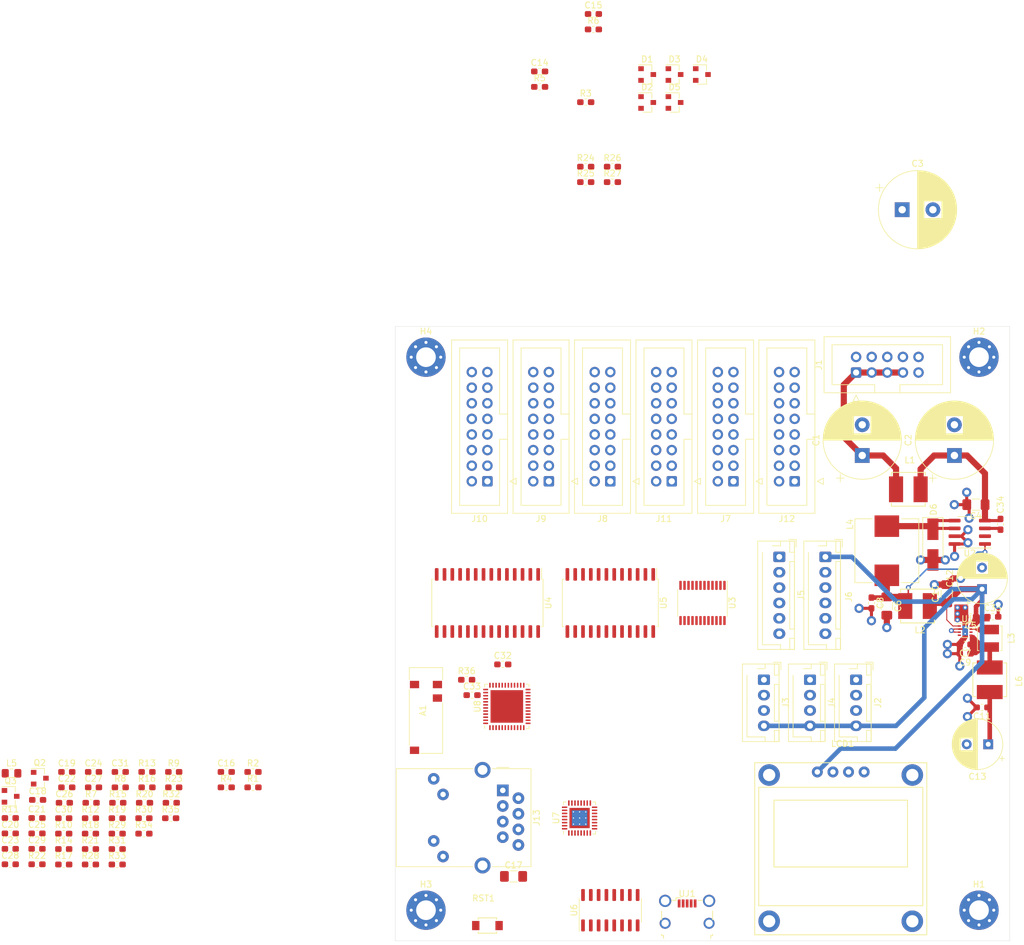
<source format=kicad_pcb>
(kicad_pcb (version 20171130) (host pcbnew "(5.1.6)-1")
  (layers (0 F.Cu signal) (1 In1.Cu signal hide) (2 In2.Cu signal hide) (31 B.Cu signal) (34 B.Paste user) (35 F.Paste user) (36 B.SilkS user) (37 F.SilkS user) (38 B.Mask user) (39 F.Mask user) (44 Edge.Cuts user))
  (net 0 "")
  (net 1 GND)
  (net 2 +9V)
  (net 3 "Net-(C2-Pad1)")
  (net 4 "Net-(C6-Pad1)")
  (net 5 "Net-(C7-Pad1)")
  (net 6 +5V)
  (net 7 +3V3)
  (net 8 /ESP32/ESP_EN)
  (net 9 "Net-(C30-Pad2)")
  (net 10 /ESP32/GPIO0)
  (net 11 /COM/~CS_2)
  (net 12 /COM/~CS_1)
  (net 13 /COM/IRQ_2)
  (net 14 /COM/IRQ_1)
  (net 15 /COM/~CS_4)
  (net 16 /COM/~CS_3)
  (net 17 /COM/IRQ_4)
  (net 18 /COM/IRQ_3)
  (net 19 /COM/~CS_6)
  (net 20 /COM/~CS_5)
  (net 21 /COM/SCL3)
  (net 22 /COM/IRQ_6)
  (net 23 /COM/IRQ_5)
  (net 24 /COM/SDA3)
  (net 25 /COM/~CS_8)
  (net 26 /COM/~CS_7)
  (net 27 /COM/IRQ_8)
  (net 28 /COM/IRQ_7)
  (net 29 /COM/~CS_10)
  (net 30 /COM/~CS_9)
  (net 31 /COM/IRQ_10)
  (net 32 /COM/IRQ_9)
  (net 33 /COM/~CS_12)
  (net 34 /COM/~CS_11)
  (net 35 /COM/IRQ_12)
  (net 36 /COM/IRQ_11)
  (net 37 "Net-(Q2-Pad2)")
  (net 38 "Net-(Q2-Pad1)")
  (net 39 "Net-(Q3-Pad3)")
  (net 40 "Net-(Q3-Pad2)")
  (net 41 "Net-(Q3-Pad1)")
  (net 42 "Net-(R5-Pad2)")
  (net 43 "Net-(R6-Pad2)")
  (net 44 /ESP32/GPIO3/U0RXD)
  (net 45 "Net-(R14-Pad1)")
  (net 46 /ESP32/GPIO1/U0TXD)
  (net 47 "Net-(R15-Pad1)")
  (net 48 "/ESP32/GPIO26/EMAC_RXD1(RMII)")
  (net 49 "Net-(R20-Pad2)")
  (net 50 "Net-(R23-Pad2)")
  (net 51 "Net-(R28-Pad1)")
  (net 52 "/ESP32/GPIO25/EMAC_RXD0(RMII)")
  (net 53 "Net-(R30-Pad1)")
  (net 54 "Net-(R31-Pad2)")
  (net 55 "Net-(R32-Pad1)")
  (net 56 "/ESP32/GPIO18/MDIO(RMII)")
  (net 57 /ESP32/GPIO27/EMAC_RX_CRS_DV)
  (net 58 "Net-(U6-Pad6)")
  (net 59 "Net-(U6-Pad5)")
  (net 60 "/ESP32/GPIO22/EMAC_TXD1(RMII)")
  (net 61 "/ESP32/GPIO19/EMAC_TXD0(RMII)")
  (net 62 "/ESP32/GPIO21/EMAC_TX_EN(RMII)")
  (net 63 "/ESP32/GPIO23/MDC(RMII)")
  (net 64 /ESP32/GPIO17/EMAC_CLK_OUT_180)
  (net 65 "Net-(C17-Pad1)")
  (net 66 "Net-(J13-PadL4)")
  (net 67 "Net-(J13-PadL3)")
  (net 68 "Net-(J13-PadL2)")
  (net 69 "Net-(J13-PadL1)")
  (net 70 "Net-(J13-PadR6)")
  (net 71 "Net-(J13-PadR3)")
  (net 72 "Net-(J13-PadR2)")
  (net 73 /ESP32/PHY_CT)
  (net 74 /ESP32/PHY_VDDA)
  (net 75 /ESP32/PHY_VDDCR)
  (net 76 "Net-(U7-Pad33)")
  (net 77 "Net-(A1-Pad2)")
  (net 78 "Net-(C33-Pad1)")
  (net 79 /COM/SPI_MOSI)
  (net 80 /COM/SPI_CS_EN)
  (net 81 /COM/SPI_SCLK)
  (net 82 /ESP32/1WIRE_IO)
  (net 83 /COM/INT_SCL)
  (net 84 /COM/INT_SDA)
  (net 85 /COM/EXT_SCL)
  (net 86 /COM/EXT_SDA)
  (net 87 /COM/SPI_MISO)
  (net 88 /COM/EXP_INT)
  (net 89 /COM/SCL1)
  (net 90 /COM/SDA1)
  (net 91 /COM/SCL2)
  (net 92 /COM/SDA2)
  (net 93 /COM/SCL4)
  (net 94 /COM/SDA4)
  (net 95 /COM/SCL5)
  (net 96 /COM/SDA5)
  (net 97 /COM/SCL6)
  (net 98 /COM/SDA6)
  (net 99 "Net-(U3-Pad21)")
  (net 100 "Net-(U3-Pad2)")
  (net 101 "Net-(U3-Pad1)")
  (net 102 "Net-(U4-Pad25)")
  (net 103 /COM/EXT_SCL_PT_1)
  (net 104 /COM/EXT_SDA_PT_1)
  (net 105 /COM/EXT_SCL_PT_2)
  (net 106 /COM/EXT_SDA_PT_2)
  (net 107 "Net-(C34-Pad2)")
  (net 108 "Net-(D6-Pad1)")
  (net 109 "Net-(L3-Pad1)")
  (module Capacitor_SMD:C_0603_1608Metric_Pad1.05x0.95mm_HandSolder (layer F.Cu) (at 97.25 -52.75)
    (fp_text reference C35 (at 0 -1.43) (layer F.SilkS))
    (fp_text value "0.1 uF")
    (pad 2 smd roundrect (at 0.875 0) (size 1.05 0.95) (layers F.Cu F.Paste F.Mask) (net 1 GND))
    (pad 1 smd roundrect (at -0.875 0) (size 1.05 0.95) (layers F.Cu F.Paste F.Mask) (net 6 +5V))
  )
  (module Capacitor_SMD:C_0603_1608Metric_Pad1.05x0.95mm_HandSolder (layer F.Cu) (at 95.5 -38 180)
    (fp_text reference C11 (at 0 -1.43) (layer F.SilkS))
    (fp_text value "22 uF")
    (pad 2 smd roundrect (at 0.875 0 180) (size 1.05 0.95) (layers F.Cu F.Paste F.Mask) (net 1 GND))
    (pad 1 smd roundrect (at -0.875 0 180) (size 1.05 0.95) (layers F.Cu F.Paste F.Mask) (net 7 +3V3))
  )
  (module Capacitor_SMD:C_0603_1608Metric_Pad1.05x0.95mm_HandSolder (layer F.Cu) (at 92.75 -48.25 180)
    (fp_text reference C7 (at 0 -1.43) (layer F.SilkS))
    (fp_text value "22 uF")
    (pad 2 smd roundrect (at 0.875 0 180) (size 1.05 0.95) (layers F.Cu F.Paste F.Mask) (net 1 GND))
    (pad 1 smd roundrect (at -0.875 0 180) (size 1.05 0.95) (layers F.Cu F.Paste F.Mask) (net 5 "Net-(C7-Pad1)"))
  )
  (module Capacitor_SMD:C_0603_1608Metric_Pad1.05x0.95mm_HandSolder (layer F.Cu) (at 93.65 -52.75 180)
    (fp_text reference C5 (at 0 -1.43) (layer F.SilkS))
    (fp_text value "10 uF")
    (pad 2 smd roundrect (at 0.875 0 180) (size 1.05 0.95) (layers F.Cu F.Paste F.Mask) (net 1 GND))
    (pad 1 smd roundrect (at -0.875 0 180) (size 1.05 0.95) (layers F.Cu F.Paste F.Mask) (net 6 +5V))
  )
  (module Capacitor_SMD:C_0603_1608Metric_Pad1.05x0.95mm_HandSolder (layer F.Cu) (at 98.5 -67.8 270)
    (fp_text reference C34 (at -3.2 0 90) (layer F.SilkS))
    (fp_text value "1 uF, 35V")
    (pad 2 smd roundrect (at 0.875 0 270) (size 1.05 0.95) (layers F.Cu F.Paste F.Mask) (net 107 "Net-(C34-Pad2)"))
    (pad 1 smd roundrect (at -0.875 0 270) (size 1.05 0.95) (layers F.Cu F.Paste F.Mask) (net 3 "Net-(C2-Pad1)"))
  )
  (module "custom:CR50x0 SMD Inductor" (layer F.Cu) (at 96.75 -42.5 270)
    (fp_text reference L6 (at 0.25 -4.75 90) (layer F.SilkS))
    (fp_text value "15 uH")
    (pad 2 smd rect (at 2 0 270) (size 2.3 4.2) (layers F.Cu F.Paste F.Mask) (net 7 +3V3))
    (pad 1 smd rect (at -2 0 270) (size 2.3 4.2) (layers F.Cu F.Paste F.Mask) (net 5 "Net-(C7-Pad1)"))
  )
  (module "custom:CR50x0 SMD Inductor" (layer F.Cu) (at 85 -54.5)
    (fp_text reference L2 (at 0.4 3.9) (layer F.SilkS))
    (fp_text value "15 uH")
    (pad 2 smd rect (at 2 0) (size 2.3 4.2) (layers F.Cu F.Paste F.Mask) (net 6 +5V))
    (pad 1 smd rect (at -2 0) (size 2.3 4.2) (layers F.Cu F.Paste F.Mask) (net 4 "Net-(C6-Pad1)"))
  )
  (module "custom:CR50x0 SMD Inductor" (layer F.Cu) (at 83.5 -73.5)
    (fp_text reference L1 (at 0.25 -4.75) (layer F.SilkS))
    (fp_text value "15 uH")
    (pad 2 smd rect (at 2 0) (size 2.3 4.2) (layers F.Cu F.Paste F.Mask) (net 3 "Net-(C2-Pad1)"))
    (pad 1 smd rect (at -2 0) (size 2.3 4.2) (layers F.Cu F.Paste F.Mask) (net 2 +9V))
  )
  (module Package_SO:SOIC-8_3.9x4.9mm_P1.27mm (layer F.Cu) (at 93.5 -66.5 180)
    (fp_text reference U2 (at 0 -3.4) (layer F.SilkS))
    (fp_text value XL2001)
    (pad 8 smd roundrect (at 2.475 -1.905 180) (size 1.95 0.6) (layers F.Cu F.Paste F.Mask) (net 1 GND))
    (pad 7 smd roundrect (at 2.475 -0.635 180) (size 1.95 0.6) (layers F.Cu F.Paste F.Mask) (net 1 GND))
    (pad 6 smd roundrect (at 2.475 0.635 180) (size 1.95 0.6) (layers F.Cu F.Paste F.Mask) (net 108 "Net-(D6-Pad1)"))
    (pad 5 smd roundrect (at 2.475 1.905 180) (size 1.95 0.6) (layers F.Cu F.Paste F.Mask) (net 108 "Net-(D6-Pad1)"))
    (pad 4 smd roundrect (at -2.475 1.905 180) (size 1.95 0.6) (layers F.Cu F.Paste F.Mask) (net 3 "Net-(C2-Pad1)"))
    (pad 3 smd roundrect (at -2.475 0.635 180) (size 1.95 0.6) (layers F.Cu F.Paste F.Mask) (net 107 "Net-(C34-Pad2)"))
    (pad 2 smd roundrect (at -2.475 -0.635 180) (size 1.95 0.6) (layers F.Cu F.Paste F.Mask))
    (pad 1 smd roundrect (at -2.475 -1.905 180) (size 1.95 0.6) (layers F.Cu F.Paste F.Mask) (net 4 "Net-(C6-Pad1)"))
  )
  (module Package_SON:WSON-8-1EP_2x2mm_P0.5mm_EP0.9x1.6mm_ThermalVias (layer F.Cu) (at 92.75 -50.5)
    (fp_text reference U1 (at 0.38 -1.9) (layer F.SilkS))
    (fp_text value TPS62082)
    (pad 9 smd rect (at 0 0) (size 0.9 1.6) (layers B.Cu) (net 1 GND))
    (pad 6 smd rect (at 0.95 0.25) (size 0.5 0.25) (layers F.Cu F.Paste F.Mask))
    (pad 5 smd rect (at 0.95 0.75) (size 0.5 0.25) (layers F.Cu F.Paste F.Mask) (net 5 "Net-(C7-Pad1)"))
    (pad 4 smd rect (at -0.95 0.75) (size 0.5 0.25) (layers F.Cu F.Paste F.Mask))
    (pad 2 smd rect (at -0.95 -0.25) (size 0.5 0.25) (layers F.Cu F.Paste F.Mask) (net 1 GND))
    (pad 1 smd rect (at -0.95 -0.75) (size 0.5 0.25) (layers F.Cu F.Paste F.Mask) (net 6 +5V))
    (pad 9 smd rect (at 0 0) (size 0.9 1.6) (layers F.Cu F.Mask) (net 1 GND))
    (pad 9 thru_hole circle (at 0 0.5) (size 0.6 0.6) (drill 0.25) (layers *.Cu) (net 1 GND))
    (pad 9 thru_hole circle (at 0 -0.5) (size 0.6 0.6) (drill 0.25) (layers *.Cu) (net 1 GND))
    (pad 8 smd rect (at 0.95 -0.75) (size 0.5 0.25) (layers F.Cu F.Paste F.Mask) (net 6 +5V))
    (pad 7 smd rect (at 0.95 -0.25) (size 0.5 0.25) (layers F.Cu F.Paste F.Mask) (net 109 "Net-(L3-Pad1)"))
    (pad 3 smd rect (at -0.95 0.25) (size 0.5 0.25) (layers F.Cu F.Paste F.Mask) (net 1 GND))
  )
  (module Inductor_SMD:L_Wuerth_HCI-1040 (layer F.Cu) (at 80 -63.5 270)
    (fp_text reference L4 (at -4.3 6 90) (layer F.SilkS))
    (fp_text value 47uH/3A)
    (pad 2 smd rect (at 4 0 270) (size 3.5 4) (layers F.Cu F.Paste F.Mask) (net 4 "Net-(C6-Pad1)"))
    (pad 1 smd rect (at -4 0 270) (size 3.5 4) (layers F.Cu F.Paste F.Mask) (net 108 "Net-(D6-Pad1)"))
  )
  (module custom:L_Murata_LQH44DN (layer F.Cu) (at 96.75 -49.25 270)
    (fp_text reference L3 (at 0 -3.5 90) (layer F.SilkS))
    (fp_text value 2.2uH)
    (pad 2 smd rect (at 1.425 0 270) (size 1.55 3) (layers F.Cu F.Paste F.Mask) (net 5 "Net-(C7-Pad1)"))
    (pad 1 smd rect (at -1.425 0 270) (size 1.55 3) (layers F.Cu F.Paste F.Mask) (net 109 "Net-(L3-Pad1)"))
  )
  (module Diode_SMD:D_SMA_Handsoldering (layer F.Cu) (at 87.5 -64.5 270)
    (fp_text reference D6 (at -5.7 -0.1 90) (layer F.SilkS))
    (fp_text value SS36)
    (pad 2 smd rect (at 2.5 0 270) (size 3.5 1.8) (layers F.Cu F.Paste F.Mask) (net 1 GND))
    (pad 1 smd rect (at -2.5 0 270) (size 3.5 1.8) (layers F.Cu F.Paste F.Mask) (net 108 "Net-(D6-Pad1)"))
  )
  (module Connector_JST:JST_XH_B6B-XH-AM_1x06_P2.50mm_Vertical (layer F.Cu) (at 70 -62.5 270)
    (fp_text reference J6 (at 6.5 -3.8 90) (layer F.SilkS))
    (fp_text value Conn_01x05)
    (pad "" np_thru_hole circle (at -1.6 2 270) (size 1.2 1.2) (drill 1.2) (layers *.Cu *.Mask))
    (pad 6 thru_hole oval (at 12.5 0 270) (size 1.7 1.95) (drill 0.95) (layers *.Cu *.Mask))
    (pad 5 thru_hole oval (at 10 0 270) (size 1.7 1.95) (drill 0.95) (layers *.Cu *.Mask) (net 1 GND))
    (pad 4 thru_hole oval (at 7.5 0 270) (size 1.7 1.95) (drill 0.95) (layers *.Cu *.Mask) (net 105 /COM/EXT_SCL_PT_2))
    (pad 3 thru_hole oval (at 5 0 270) (size 1.7 1.95) (drill 0.95) (layers *.Cu *.Mask) (net 106 /COM/EXT_SDA_PT_2))
    (pad 2 thru_hole oval (at 2.5 0 270) (size 1.7 1.95) (drill 0.95) (layers *.Cu *.Mask) (net 7 +3V3))
    (pad 1 thru_hole roundrect (at 0 0 270) (size 1.7 1.95) (drill 0.95) (layers *.Cu *.Mask) (roundrect_rratio 0.147059) (net 6 +5V))
  )
  (module Connector_JST:JST_XH_B6B-XH-AM_1x06_P2.50mm_Vertical (layer F.Cu) (at 62.5 -62.5 270)
    (fp_text reference J5 (at 6.25 -3.55 90) (layer F.SilkS))
    (fp_text value Conn_01x05)
    (pad "" np_thru_hole circle (at -1.6 2 270) (size 1.2 1.2) (drill 1.2) (layers *.Cu *.Mask))
    (pad 6 thru_hole oval (at 12.5 0 270) (size 1.7 1.95) (drill 0.95) (layers *.Cu *.Mask))
    (pad 5 thru_hole oval (at 10 0 270) (size 1.7 1.95) (drill 0.95) (layers *.Cu *.Mask) (net 1 GND))
    (pad 4 thru_hole oval (at 7.5 0 270) (size 1.7 1.95) (drill 0.95) (layers *.Cu *.Mask) (net 103 /COM/EXT_SCL_PT_1))
    (pad 3 thru_hole oval (at 5 0 270) (size 1.7 1.95) (drill 0.95) (layers *.Cu *.Mask) (net 104 /COM/EXT_SDA_PT_1))
    (pad 2 thru_hole oval (at 2.5 0 270) (size 1.7 1.95) (drill 0.95) (layers *.Cu *.Mask) (net 7 +3V3))
    (pad 1 thru_hole roundrect (at 0 0 270) (size 1.7 1.95) (drill 0.95) (layers *.Cu *.Mask) (roundrect_rratio 0.147059) (net 6 +5V))
  )
  (module Connector_JST:JST_XH_B4B-XH-AM_1x04_P2.50mm_Vertical (layer F.Cu) (at 67.5 -42.5 270)
    (fp_text reference J4 (at 3.75 -3.55 90) (layer F.SilkS))
    (fp_text value Conn_01x04)
    (pad "" np_thru_hole circle (at -1.6 2 270) (size 1.2 1.2) (drill 1.2) (layers *.Cu *.Mask))
    (pad 4 thru_hole oval (at 7.5 0 270) (size 1.7 1.95) (drill 0.95) (layers *.Cu *.Mask) (net 6 +5V))
    (pad 3 thru_hole oval (at 5 0 270) (size 1.7 1.95) (drill 0.95) (layers *.Cu *.Mask) (net 7 +3V3))
    (pad 2 thru_hole oval (at 2.5 0 270) (size 1.7 1.95) (drill 0.95) (layers *.Cu *.Mask) (net 82 /ESP32/1WIRE_IO))
    (pad 1 thru_hole roundrect (at 0 0 270) (size 1.7 1.95) (drill 0.95) (layers *.Cu *.Mask) (roundrect_rratio 0.147059) (net 1 GND))
  )
  (module Connector_JST:JST_XH_B4B-XH-AM_1x04_P2.50mm_Vertical (layer F.Cu) (at 60 -42.5 270)
    (fp_text reference J3 (at 3.75 -3.55 90) (layer F.SilkS))
    (fp_text value Conn_01x04)
    (pad "" np_thru_hole circle (at -1.6 2 270) (size 1.2 1.2) (drill 1.2) (layers *.Cu *.Mask))
    (pad 4 thru_hole oval (at 7.5 0 270) (size 1.7 1.95) (drill 0.95) (layers *.Cu *.Mask) (net 6 +5V))
    (pad 3 thru_hole oval (at 5 0 270) (size 1.7 1.95) (drill 0.95) (layers *.Cu *.Mask) (net 7 +3V3))
    (pad 2 thru_hole oval (at 2.5 0 270) (size 1.7 1.95) (drill 0.95) (layers *.Cu *.Mask) (net 82 /ESP32/1WIRE_IO))
    (pad 1 thru_hole roundrect (at 0 0 270) (size 1.7 1.95) (drill 0.95) (layers *.Cu *.Mask) (roundrect_rratio 0.147059) (net 1 GND))
  )
  (module Connector_JST:JST_XH_B4B-XH-AM_1x04_P2.50mm_Vertical (layer F.Cu) (at 75 -42.5 270)
    (fp_text reference J2 (at 3.75 -3.55 90) (layer F.SilkS))
    (fp_text value Conn_01x04)
    (pad "" np_thru_hole circle (at -1.6 2 270) (size 1.2 1.2) (drill 1.2) (layers *.Cu *.Mask))
    (pad 4 thru_hole oval (at 7.5 0 270) (size 1.7 1.95) (drill 0.95) (layers *.Cu *.Mask) (net 6 +5V))
    (pad 3 thru_hole oval (at 5 0 270) (size 1.7 1.95) (drill 0.95) (layers *.Cu *.Mask) (net 7 +3V3))
    (pad 2 thru_hole oval (at 2.5 0 270) (size 1.7 1.95) (drill 0.95) (layers *.Cu *.Mask) (net 82 /ESP32/1WIRE_IO))
    (pad 1 thru_hole roundrect (at 0 0 270) (size 1.7 1.95) (drill 0.95) (layers *.Cu *.Mask) (roundrect_rratio 0.147059) (net 1 GND))
  )
  (module Resistor_SMD:R_0603_1608Metric_Pad1.05x0.95mm_HandSolder (layer F.Cu) (at -36.55 -19.97)
    (fp_text reference R35 (at 0 -1.43) (layer F.SilkS))
    (fp_text value 10K)
    (pad 2 smd roundrect (at 0.875 0) (size 1.05 0.95) (layers F.Cu F.Paste F.Mask) (net 9 "Net-(C30-Pad2)"))
    (pad 1 smd roundrect (at -0.875 0) (size 1.05 0.95) (layers F.Cu F.Paste F.Mask) (net 7 +3V3))
  )
  (module Resistor_SMD:R_0603_1608Metric_Pad1.05x0.95mm_HandSolder (layer F.Cu) (at -40.9 -17.46)
    (fp_text reference R34 (at 0 -1.43) (layer F.SilkS))
    (fp_text value 2.2K)
    (pad 2 smd roundrect (at 0.875 0) (size 1.05 0.95) (layers F.Cu F.Paste F.Mask) (net 57 /ESP32/GPIO27/EMAC_RX_CRS_DV))
    (pad 1 smd roundrect (at -0.875 0) (size 1.05 0.95) (layers F.Cu F.Paste F.Mask) (net 7 +3V3))
  )
  (module Resistor_SMD:R_0603_1608Metric_Pad1.05x0.95mm_HandSolder (layer F.Cu) (at -45.25 -12.44)
    (fp_text reference R33 (at 0 -1.43) (layer F.SilkS))
    (fp_text value 2.2K)
    (pad 2 smd roundrect (at 0.875 0) (size 1.05 0.95) (layers F.Cu F.Paste F.Mask) (net 56 "/ESP32/GPIO18/MDIO(RMII)"))
    (pad 1 smd roundrect (at -0.875 0) (size 1.05 0.95) (layers F.Cu F.Paste F.Mask) (net 7 +3V3))
  )
  (module Resistor_SMD:R_0603_1608Metric_Pad1.05x0.95mm_HandSolder (layer F.Cu) (at -36.45 -22.48)
    (fp_text reference R32 (at 0 -1.43) (layer F.SilkS))
    (fp_text value 2.2K)
    (pad 2 smd roundrect (at 0.875 0) (size 1.05 0.95) (layers F.Cu F.Paste F.Mask) (net 1 GND))
    (pad 1 smd roundrect (at -0.875 0) (size 1.05 0.95) (layers F.Cu F.Paste F.Mask) (net 55 "Net-(R32-Pad1)"))
  )
  (module Resistor_SMD:R_0603_1608Metric_Pad1.05x0.95mm_HandSolder (layer F.Cu) (at -45.25 -14.95)
    (fp_text reference R31 (at 0 -1.43) (layer F.SilkS))
    (fp_text value 2.2K)
    (pad 2 smd roundrect (at 0.875 0) (size 1.05 0.95) (layers F.Cu F.Paste F.Mask) (net 54 "Net-(R31-Pad2)"))
    (pad 1 smd roundrect (at -0.875 0) (size 1.05 0.95) (layers F.Cu F.Paste F.Mask) (net 7 +3V3))
  )
  (module Resistor_SMD:R_0603_1608Metric_Pad1.05x0.95mm_HandSolder (layer F.Cu) (at -40.9 -19.97)
    (fp_text reference R30 (at 0 -1.43) (layer F.SilkS))
    (fp_text value 2.2K)
    (pad 2 smd roundrect (at 0.875 0) (size 1.05 0.95) (layers F.Cu F.Paste F.Mask) (net 1 GND))
    (pad 1 smd roundrect (at -0.875 0) (size 1.05 0.95) (layers F.Cu F.Paste F.Mask) (net 53 "Net-(R30-Pad1)"))
  )
  (module Resistor_SMD:R_0603_1608Metric_Pad1.05x0.95mm_HandSolder (layer F.Cu) (at -45.25 -17.46)
    (fp_text reference R29 (at 0 -1.43) (layer F.SilkS))
    (fp_text value 2.2K)
    (pad 2 smd roundrect (at 0.875 0) (size 1.05 0.95) (layers F.Cu F.Paste F.Mask) (net 52 "/ESP32/GPIO25/EMAC_RXD0(RMII)"))
    (pad 1 smd roundrect (at -0.875 0) (size 1.05 0.95) (layers F.Cu F.Paste F.Mask) (net 7 +3V3))
  )
  (module Resistor_SMD:R_0603_1608Metric_Pad1.05x0.95mm_HandSolder (layer F.Cu) (at -49.6 -12.44)
    (fp_text reference R28 (at 0 -1.43) (layer F.SilkS))
    (fp_text value 2.2K)
    (pad 2 smd roundrect (at 0.875 0) (size 1.05 0.95) (layers F.Cu F.Paste F.Mask) (net 1 GND))
    (pad 1 smd roundrect (at -0.875 0) (size 1.05 0.95) (layers F.Cu F.Paste F.Mask) (net 51 "Net-(R28-Pad1)"))
  )
  (module Resistor_SMD:R_0603_1608Metric_Pad1.05x0.95mm_HandSolder (layer F.Cu) (at -36.05 -24.99)
    (fp_text reference R23 (at 0 -1.43) (layer F.SilkS))
    (fp_text value 100R)
    (pad 2 smd roundrect (at 0.875 0) (size 1.05 0.95) (layers F.Cu F.Paste F.Mask) (net 50 "Net-(R23-Pad2)"))
    (pad 1 smd roundrect (at -0.875 0) (size 1.05 0.95) (layers F.Cu F.Paste F.Mask) (net 1 GND))
  )
  (module Resistor_SMD:R_0603_1608Metric_Pad1.05x0.95mm_HandSolder (layer F.Cu) (at -58.3 -12.47)
    (fp_text reference R22 (at 0 -1.43) (layer F.SilkS))
    (fp_text value DNP)
    (pad 2 smd roundrect (at 0.875 0) (size 1.05 0.95) (layers F.Cu F.Paste F.Mask) (net 10 /ESP32/GPIO0))
    (pad 1 smd roundrect (at -0.875 0) (size 1.05 0.95) (layers F.Cu F.Paste F.Mask) (net 7 +3V3))
  )
  (module Resistor_SMD:R_0603_1608Metric_Pad1.05x0.95mm_HandSolder (layer F.Cu) (at -49.6 -14.95)
    (fp_text reference R21 (at 0 -1.43) (layer F.SilkS))
    (fp_text value 1K)
    (pad 2 smd roundrect (at 0.875 0) (size 1.05 0.95) (layers F.Cu F.Paste F.Mask) (net 8 /ESP32/ESP_EN))
    (pad 1 smd roundrect (at -0.875 0) (size 1.05 0.95) (layers F.Cu F.Paste F.Mask) (net 7 +3V3))
  )
  (module Resistor_SMD:R_0603_1608Metric_Pad1.05x0.95mm_HandSolder (layer F.Cu) (at -40.8 -22.48)
    (fp_text reference R20 (at 0 -1.43) (layer F.SilkS))
    (fp_text value 12.1k/1%)
    (pad 2 smd roundrect (at 0.875 0) (size 1.05 0.95) (layers F.Cu F.Paste F.Mask) (net 49 "Net-(R20-Pad2)"))
    (pad 1 smd roundrect (at -0.875 0) (size 1.05 0.95) (layers F.Cu F.Paste F.Mask) (net 1 GND))
  )
  (module Resistor_SMD:R_0603_1608Metric_Pad1.05x0.95mm_HandSolder (layer F.Cu) (at -45.25 -19.97)
    (fp_text reference R19 (at 0 -1.43) (layer F.SilkS))
    (fp_text value 2.2K)
    (pad 2 smd roundrect (at 0.875 0) (size 1.05 0.95) (layers F.Cu F.Paste F.Mask) (net 48 "/ESP32/GPIO26/EMAC_RXD1(RMII)"))
    (pad 1 smd roundrect (at -0.875 0) (size 1.05 0.95) (layers F.Cu F.Paste F.Mask) (net 7 +3V3))
  )
  (module Resistor_SMD:R_0603_1608Metric_Pad1.05x0.95mm_HandSolder (layer F.Cu) (at -49.6 -17.46)
    (fp_text reference R18 (at 0 -1.43) (layer F.SilkS))
    (fp_text value 220R)
    (pad 2 smd roundrect (at 0.875 0) (size 1.05 0.95) (layers F.Cu F.Paste F.Mask) (net 10 /ESP32/GPIO0))
    (pad 1 smd roundrect (at -0.875 0) (size 1.05 0.95) (layers F.Cu F.Paste F.Mask) (net 39 "Net-(Q3-Pad3)"))
  )
  (module Resistor_SMD:R_0603_1608Metric_Pad1.05x0.95mm_HandSolder (layer F.Cu) (at -53.95 -12.44)
    (fp_text reference R17 (at 0 -1.43) (layer F.SilkS))
    (fp_text value 1K)
    (pad 2 smd roundrect (at 0.875 0) (size 1.05 0.95) (layers F.Cu F.Paste F.Mask) (net 41 "Net-(Q3-Pad1)"))
    (pad 1 smd roundrect (at -0.875 0) (size 1.05 0.95) (layers F.Cu F.Paste F.Mask) (net 37 "Net-(Q2-Pad2)"))
  )
  (module Resistor_SMD:R_0603_1608Metric_Pad1.05x0.95mm_HandSolder (layer F.Cu) (at -40.4 -24.99)
    (fp_text reference R16 (at 0 -1.43) (layer F.SilkS))
    (fp_text value 1K)
    (pad 2 smd roundrect (at 0.875 0) (size 1.05 0.95) (layers F.Cu F.Paste F.Mask) (net 38 "Net-(Q2-Pad1)"))
    (pad 1 smd roundrect (at -0.875 0) (size 1.05 0.95) (layers F.Cu F.Paste F.Mask) (net 40 "Net-(Q3-Pad2)"))
  )
  (module Resistor_SMD:R_0603_1608Metric_Pad1.05x0.95mm_HandSolder (layer F.Cu) (at -45.15 -22.48)
    (fp_text reference R15 (at 0 -1.43) (layer F.SilkS))
    (fp_text value 220R)
    (pad 2 smd roundrect (at 0.875 0) (size 1.05 0.95) (layers F.Cu F.Paste F.Mask) (net 46 /ESP32/GPIO1/U0TXD))
    (pad 1 smd roundrect (at -0.875 0) (size 1.05 0.95) (layers F.Cu F.Paste F.Mask) (net 47 "Net-(R15-Pad1)"))
  )
  (module Resistor_SMD:R_0603_1608Metric_Pad1.05x0.95mm_HandSolder (layer F.Cu) (at -53.95 -14.95)
    (fp_text reference R14 (at 0 -1.43) (layer F.SilkS))
    (fp_text value 220R)
    (pad 2 smd roundrect (at 0.875 0) (size 1.05 0.95) (layers F.Cu F.Paste F.Mask) (net 44 /ESP32/GPIO3/U0RXD))
    (pad 1 smd roundrect (at -0.875 0) (size 1.05 0.95) (layers F.Cu F.Paste F.Mask) (net 45 "Net-(R14-Pad1)"))
  )
  (module Resistor_SMD:R_0603_1608Metric_Pad1.05x0.95mm_HandSolder (layer F.Cu) (at -40.4 -27.5)
    (fp_text reference R13 (at 0 -1.43) (layer F.SilkS))
    (fp_text value 2.2k)
    (pad 2 smd roundrect (at 0.875 0) (size 1.05 0.95) (layers F.Cu F.Paste F.Mask) (net 68 "Net-(J13-PadL2)"))
    (pad 1 smd roundrect (at -0.875 0) (size 1.05 0.95) (layers F.Cu F.Paste F.Mask) (net 1 GND))
  )
  (module Resistor_SMD:R_0603_1608Metric_Pad1.05x0.95mm_HandSolder (layer F.Cu) (at -49.6 -19.97)
    (fp_text reference R12 (at 0 -1.43) (layer F.SilkS))
    (fp_text value 2.2k)
    (pad 2 smd roundrect (at 0.875 0) (size 1.05 0.95) (layers F.Cu F.Paste F.Mask) (net 66 "Net-(J13-PadL4)"))
    (pad 1 smd roundrect (at -0.875 0) (size 1.05 0.95) (layers F.Cu F.Paste F.Mask) (net 74 /ESP32/PHY_VDDA))
  )
  (module Resistor_SMD:R_0603_1608Metric_Pad1.05x0.95mm_HandSolder (layer F.Cu) (at -62.65 -20)
    (fp_text reference R11 (at 0 -1.43) (layer F.SilkS))
    (fp_text value 49.9R/1%)
    (pad 2 smd roundrect (at 0.875 0) (size 1.05 0.95) (layers F.Cu F.Paste F.Mask) (net 73 /ESP32/PHY_CT))
    (pad 1 smd roundrect (at -0.875 0) (size 1.05 0.95) (layers F.Cu F.Paste F.Mask) (net 74 /ESP32/PHY_VDDA))
  )
  (module Resistor_SMD:R_0603_1608Metric_Pad1.05x0.95mm_HandSolder (layer F.Cu) (at -53.95 -17.46)
    (fp_text reference R10 (at 0 -1.43) (layer F.SilkS))
    (fp_text value 49.9R/1%)
    (pad 2 smd roundrect (at 0.875 0) (size 1.05 0.95) (layers F.Cu F.Paste F.Mask) (net 72 "Net-(J13-PadR2)"))
    (pad 1 smd roundrect (at -0.875 0) (size 1.05 0.95) (layers F.Cu F.Paste F.Mask) (net 74 /ESP32/PHY_VDDA))
  )
  (module Resistor_SMD:R_0603_1608Metric_Pad1.05x0.95mm_HandSolder (layer F.Cu) (at -36.05 -27.5)
    (fp_text reference R9 (at 0 -1.43) (layer F.SilkS))
    (fp_text value 49.9R/1%)
    (pad 2 smd roundrect (at 0.875 0) (size 1.05 0.95) (layers F.Cu F.Paste F.Mask) (net 71 "Net-(J13-PadR3)"))
    (pad 1 smd roundrect (at -0.875 0) (size 1.05 0.95) (layers F.Cu F.Paste F.Mask) (net 74 /ESP32/PHY_VDDA))
  )
  (module Resistor_SMD:R_0603_1608Metric_Pad1.05x0.95mm_HandSolder (layer F.Cu) (at -44.75 -24.99)
    (fp_text reference R8 (at 0 -1.43) (layer F.SilkS))
    (fp_text value 49.9R/1%)
    (pad 2 smd roundrect (at 0.875 0) (size 1.05 0.95) (layers F.Cu F.Paste F.Mask) (net 70 "Net-(J13-PadR6)"))
    (pad 1 smd roundrect (at -0.875 0) (size 1.05 0.95) (layers F.Cu F.Paste F.Mask) (net 74 /ESP32/PHY_VDDA))
  )
  (module Resistor_SMD:R_0603_1608Metric_Pad1.05x0.95mm_HandSolder (layer F.Cu) (at -49.5 -22.48)
    (fp_text reference R7 (at 0 -1.43) (layer F.SilkS))
    (fp_text value "0R(board_mounted)")
    (pad 2 smd roundrect (at 0.875 0) (size 1.05 0.95) (layers F.Cu F.Paste F.Mask) (net 73 /ESP32/PHY_CT))
    (pad 1 smd roundrect (at -0.875 0) (size 1.05 0.95) (layers F.Cu F.Paste F.Mask) (net 74 /ESP32/PHY_VDDA))
  )
  (module Resistor_SMD:R_0603_1608Metric_Pad1.05x0.95mm_HandSolder (layer F.Cu) (at -27.5 -24.99)
    (fp_text reference R4 (at 0 -1.43) (layer F.SilkS))
    (fp_text value 10K)
    (pad 2 smd roundrect (at 0.875 0) (size 1.05 0.95) (layers F.Cu F.Paste F.Mask) (net 80 /COM/SPI_CS_EN))
    (pad 1 smd roundrect (at -0.875 0) (size 1.05 0.95) (layers F.Cu F.Paste F.Mask) (net 7 +3V3))
  )
  (module Resistor_SMD:R_0603_1608Metric_Pad1.05x0.95mm_HandSolder (layer F.Cu) (at -23.15 -27.5)
    (fp_text reference R2 (at 0 -1.43) (layer F.SilkS))
    (fp_text value 2.2K)
    (pad 2 smd roundrect (at 0.875 0) (size 1.05 0.95) (layers F.Cu F.Paste F.Mask) (net 84 /COM/INT_SDA))
    (pad 1 smd roundrect (at -0.875 0) (size 1.05 0.95) (layers F.Cu F.Paste F.Mask) (net 7 +3V3))
  )
  (module Resistor_SMD:R_0603_1608Metric_Pad1.05x0.95mm_HandSolder (layer F.Cu) (at -23.15 -24.99)
    (fp_text reference R1 (at 0 -1.43) (layer F.SilkS))
    (fp_text value 2.2K)
    (pad 2 smd roundrect (at 0.875 0) (size 1.05 0.95) (layers F.Cu F.Paste F.Mask) (net 83 /COM/INT_SCL))
    (pad 1 smd roundrect (at -0.875 0) (size 1.05 0.95) (layers F.Cu F.Paste F.Mask) (net 7 +3V3))
  )
  (module Package_TO_SOT_SMD:SOT-23 (layer F.Cu) (at -62.6 -23.53)
    (fp_text reference Q3 (at 0 -2.5) (layer F.SilkS))
    (fp_text value "BC817-40(SOT23)")
    (pad 3 smd rect (at 1 0) (size 0.9 0.8) (layers F.Cu F.Paste F.Mask) (net 39 "Net-(Q3-Pad3)"))
    (pad 2 smd rect (at -1 0.95) (size 0.9 0.8) (layers F.Cu F.Paste F.Mask) (net 40 "Net-(Q3-Pad2)"))
    (pad 1 smd rect (at -1 -0.95) (size 0.9 0.8) (layers F.Cu F.Paste F.Mask) (net 41 "Net-(Q3-Pad1)"))
  )
  (module Package_TO_SOT_SMD:SOT-23 (layer F.Cu) (at -57.85 -26.48)
    (fp_text reference Q2 (at 0 -2.5) (layer F.SilkS))
    (fp_text value "BC817-40(SOT23)")
    (pad 3 smd rect (at 1 0) (size 0.9 0.8) (layers F.Cu F.Paste F.Mask) (net 8 /ESP32/ESP_EN))
    (pad 2 smd rect (at -1 0.95) (size 0.9 0.8) (layers F.Cu F.Paste F.Mask) (net 37 "Net-(Q2-Pad2)"))
    (pad 1 smd rect (at -1 -0.95) (size 0.9 0.8) (layers F.Cu F.Paste F.Mask) (net 38 "Net-(Q2-Pad1)"))
  )
  (module Inductor_SMD:L_0805_2012Metric_Pad1.15x1.40mm_HandSolder (layer F.Cu) (at -62.45 -27.28)
    (fp_text reference L5 (at 0 -1.65) (layer F.SilkS))
    (fp_text value FB0805/600R/2A)
    (pad 2 smd roundrect (at 1.025 0) (size 1.15 1.4) (layers F.Cu F.Paste F.Mask) (roundrect_rratio 0.217391) (net 74 /ESP32/PHY_VDDA))
    (pad 1 smd roundrect (at -1.025 0) (size 1.15 1.4) (layers F.Cu F.Paste F.Mask) (roundrect_rratio 0.217391) (net 7 +3V3))
  )
  (module Capacitor_SMD:C_0603_1608Metric_Pad1.05x0.95mm_HandSolder (layer F.Cu) (at -44.75 -27.5)
    (fp_text reference C31 (at 0 -1.43) (layer F.SilkS))
    (fp_text value DNP)
    (pad 2 smd roundrect (at 0.875 0) (size 1.05 0.95) (layers F.Cu F.Paste F.Mask) (net 1 GND))
    (pad 1 smd roundrect (at -0.875 0) (size 1.05 0.95) (layers F.Cu F.Paste F.Mask) (net 10 /ESP32/GPIO0))
  )
  (module Capacitor_SMD:C_0603_1608Metric_Pad1.05x0.95mm_HandSolder (layer F.Cu) (at -53.95 -19.97)
    (fp_text reference C30 (at 0 -1.43) (layer F.SilkS))
    (fp_text value "NA(10uF/6.3V/20%/X5R/C0603)")
    (pad 2 smd roundrect (at 0.875 0) (size 1.05 0.95) (layers F.Cu F.Paste F.Mask) (net 9 "Net-(C30-Pad2)"))
    (pad 1 smd roundrect (at -0.875 0) (size 1.05 0.95) (layers F.Cu F.Paste F.Mask) (net 1 GND))
  )
  (module Capacitor_SMD:C_0603_1608Metric_Pad1.05x0.95mm_HandSolder (layer F.Cu) (at -58.3 -14.98)
    (fp_text reference C29 (at 0 -1.43) (layer F.SilkS))
    (fp_text value 100nF/16V/10%/X7R/C0402)
    (pad 2 smd roundrect (at 0.875 0) (size 1.05 0.95) (layers F.Cu F.Paste F.Mask) (net 1 GND))
    (pad 1 smd roundrect (at -0.875 0) (size 1.05 0.95) (layers F.Cu F.Paste F.Mask) (net 75 /ESP32/PHY_VDDCR))
  )
  (module Capacitor_SMD:C_0603_1608Metric_Pad1.05x0.95mm_HandSolder (layer F.Cu) (at -62.65 -12.47)
    (fp_text reference C28 (at 0 -1.43) (layer F.SilkS))
    (fp_text value 2.2uF/6.3V/10%/X5R/C0603)
    (pad 2 smd roundrect (at 0.875 0) (size 1.05 0.95) (layers F.Cu F.Paste F.Mask) (net 1 GND))
    (pad 1 smd roundrect (at -0.875 0) (size 1.05 0.95) (layers F.Cu F.Paste F.Mask) (net 75 /ESP32/PHY_VDDCR))
  )
  (module Capacitor_SMD:C_0603_1608Metric_Pad1.05x0.95mm_HandSolder (layer F.Cu) (at -49.1 -24.99)
    (fp_text reference C27 (at 0 -1.43) (layer F.SilkS))
    (fp_text value 100nF/16V/10%/X7R/C0402)
    (pad 2 smd roundrect (at 0.875 0) (size 1.05 0.95) (layers F.Cu F.Paste F.Mask) (net 1 GND))
    (pad 1 smd roundrect (at -0.875 0) (size 1.05 0.95) (layers F.Cu F.Paste F.Mask) (net 74 /ESP32/PHY_VDDA))
  )
  (module Capacitor_SMD:C_0603_1608Metric_Pad1.05x0.95mm_HandSolder (layer F.Cu) (at -53.85 -22.48)
    (fp_text reference C26 (at 0 -1.43) (layer F.SilkS))
    (fp_text value 100nF/16V/10%/X7R/C0402)
    (pad 2 smd roundrect (at 0.875 0) (size 1.05 0.95) (layers F.Cu F.Paste F.Mask) (net 1 GND))
    (pad 1 smd roundrect (at -0.875 0) (size 1.05 0.95) (layers F.Cu F.Paste F.Mask) (net 74 /ESP32/PHY_VDDA))
  )
  (module Capacitor_SMD:C_0603_1608Metric_Pad1.05x0.95mm_HandSolder (layer F.Cu) (at -58.3 -17.49)
    (fp_text reference C25 (at 0 -1.43) (layer F.SilkS))
    (fp_text value 22uF/6.3V/20%/X5R/C0603)
    (pad 2 smd roundrect (at 0.875 0) (size 1.05 0.95) (layers F.Cu F.Paste F.Mask) (net 1 GND))
    (pad 1 smd roundrect (at -0.875 0) (size 1.05 0.95) (layers F.Cu F.Paste F.Mask) (net 74 /ESP32/PHY_VDDA))
  )
  (module Capacitor_SMD:C_0603_1608Metric_Pad1.05x0.95mm_HandSolder (layer F.Cu) (at -49.1 -27.5)
    (fp_text reference C24 (at 0 -1.43) (layer F.SilkS))
    (fp_text value 100nF/16V/10%/X7R/C0402)
    (pad 2 smd roundrect (at 0.875 0) (size 1.05 0.95) (layers F.Cu F.Paste F.Mask) (net 1 GND))
    (pad 1 smd roundrect (at -0.875 0) (size 1.05 0.95) (layers F.Cu F.Paste F.Mask) (net 7 +3V3))
  )
  (module Capacitor_SMD:C_0603_1608Metric_Pad1.05x0.95mm_HandSolder (layer F.Cu) (at -62.65 -14.98)
    (fp_text reference C23 (at 0 -1.43) (layer F.SilkS))
    (fp_text value 100nF/16V/10%/X7R/C0603)
    (pad 2 smd roundrect (at 0.875 0) (size 1.05 0.95) (layers F.Cu F.Paste F.Mask) (net 1 GND))
    (pad 1 smd roundrect (at -0.875 0) (size 1.05 0.95) (layers F.Cu F.Paste F.Mask) (net 73 /ESP32/PHY_CT))
  )
  (module Capacitor_SMD:C_0603_1608Metric_Pad1.05x0.95mm_HandSolder (layer F.Cu) (at -53.45 -24.99)
    (fp_text reference C22 (at 0 -1.43) (layer F.SilkS))
    (fp_text value 22uF/6.3V/20%/X5R/C0603)
    (pad 2 smd roundrect (at 0.875 0) (size 1.05 0.95) (layers F.Cu F.Paste F.Mask) (net 1 GND))
    (pad 1 smd roundrect (at -0.875 0) (size 1.05 0.95) (layers F.Cu F.Paste F.Mask) (net 7 +3V3))
  )
  (module Capacitor_SMD:C_0603_1608Metric_Pad1.05x0.95mm_HandSolder (layer F.Cu) (at -58.3 -20)
    (fp_text reference C21 (at 0 -1.43) (layer F.SilkS))
    (fp_text value DNP)
    (pad 2 smd roundrect (at 0.875 0) (size 1.05 0.95) (layers F.Cu F.Paste F.Mask) (net 1 GND))
    (pad 1 smd roundrect (at -0.875 0) (size 1.05 0.95) (layers F.Cu F.Paste F.Mask) (net 8 /ESP32/ESP_EN))
  )
  (module Capacitor_SMD:C_0603_1608Metric_Pad1.05x0.95mm_HandSolder (layer F.Cu) (at -62.65 -17.49)
    (fp_text reference C20 (at 0 -1.43) (layer F.SilkS))
    (fp_text value "10 uF")
    (pad 2 smd roundrect (at 0.875 0) (size 1.05 0.95) (layers F.Cu F.Paste F.Mask) (net 1 GND))
    (pad 1 smd roundrect (at -0.875 0) (size 1.05 0.95) (layers F.Cu F.Paste F.Mask) (net 7 +3V3))
  )
  (module Capacitor_SMD:C_0603_1608Metric_Pad1.05x0.95mm_HandSolder (layer F.Cu) (at -53.45 -27.5)
    (fp_text reference C19 (at 0 -1.43) (layer F.SilkS))
    (fp_text value "0.1 uF")
    (pad 2 smd roundrect (at 0.875 0) (size 1.05 0.95) (layers F.Cu F.Paste F.Mask) (net 1 GND))
    (pad 1 smd roundrect (at -0.875 0) (size 1.05 0.95) (layers F.Cu F.Paste F.Mask) (net 7 +3V3))
  )
  (module Capacitor_SMD:C_0603_1608Metric_Pad1.05x0.95mm_HandSolder (layer F.Cu) (at -58.2 -22.95)
    (fp_text reference C18 (at 0 -1.43) (layer F.SilkS))
    (fp_text value "0.1 uF")
    (pad 2 smd roundrect (at 0.875 0) (size 1.05 0.95) (layers F.Cu F.Paste F.Mask) (net 1 GND))
    (pad 1 smd roundrect (at -0.875 0) (size 1.05 0.95) (layers F.Cu F.Paste F.Mask) (net 7 +3V3))
  )
  (module Capacitor_SMD:C_0603_1608Metric_Pad1.05x0.95mm_HandSolder (layer F.Cu) (at -27.5 -27.5)
    (fp_text reference C16 (at 0 -1.43) (layer F.SilkS))
    (fp_text value "0.1 uF")
    (pad 2 smd roundrect (at 0.875 0) (size 1.05 0.95) (layers F.Cu F.Paste F.Mask) (net 1 GND))
    (pad 1 smd roundrect (at -0.875 0) (size 1.05 0.95) (layers F.Cu F.Paste F.Mask) (net 7 +3V3))
  )
  (module Package_TO_SOT_SMD:SOT-23 (layer F.Cu) (at 45.45 -136.45)
    (fp_text reference D5 (at 0 -2.5) (layer F.SilkS))
    (fp_text value BAT54S)
    (pad 3 smd rect (at 1 0) (size 0.9 0.8) (layers F.Cu F.Paste F.Mask) (net 105 /COM/EXT_SCL_PT_2))
    (pad 2 smd rect (at -1 0.95) (size 0.9 0.8) (layers F.Cu F.Paste F.Mask) (net 7 +3V3))
    (pad 1 smd rect (at -1 -0.95) (size 0.9 0.8) (layers F.Cu F.Paste F.Mask) (net 1 GND))
  )
  (module Package_TO_SOT_SMD:SOT-23 (layer F.Cu) (at 49.9 -141)
    (fp_text reference D4 (at 0 -2.5) (layer F.SilkS))
    (fp_text value BAT54S)
    (pad 3 smd rect (at 1 0) (size 0.9 0.8) (layers F.Cu F.Paste F.Mask) (net 103 /COM/EXT_SCL_PT_1))
    (pad 2 smd rect (at -1 0.95) (size 0.9 0.8) (layers F.Cu F.Paste F.Mask) (net 7 +3V3))
    (pad 1 smd rect (at -1 -0.95) (size 0.9 0.8) (layers F.Cu F.Paste F.Mask) (net 1 GND))
  )
  (module Package_TO_SOT_SMD:SOT-23 (layer F.Cu) (at 45.45 -141)
    (fp_text reference D3 (at 0 -2.5) (layer F.SilkS))
    (fp_text value BAT54S)
    (pad 3 smd rect (at 1 0) (size 0.9 0.8) (layers F.Cu F.Paste F.Mask) (net 106 /COM/EXT_SDA_PT_2))
    (pad 2 smd rect (at -1 0.95) (size 0.9 0.8) (layers F.Cu F.Paste F.Mask) (net 7 +3V3))
    (pad 1 smd rect (at -1 -0.95) (size 0.9 0.8) (layers F.Cu F.Paste F.Mask) (net 1 GND))
  )
  (module Package_TO_SOT_SMD:SOT-23 (layer F.Cu) (at 41 -136.45)
    (fp_text reference D2 (at 0 -2.5) (layer F.SilkS))
    (fp_text value BAT54S)
    (pad 3 smd rect (at 1 0) (size 0.9 0.8) (layers F.Cu F.Paste F.Mask) (net 104 /COM/EXT_SDA_PT_1))
    (pad 2 smd rect (at -1 0.95) (size 0.9 0.8) (layers F.Cu F.Paste F.Mask) (net 7 +3V3))
    (pad 1 smd rect (at -1 -0.95) (size 0.9 0.8) (layers F.Cu F.Paste F.Mask) (net 1 GND))
  )
  (module Package_TO_SOT_SMD:SOT-23 (layer F.Cu) (at 41 -141)
    (fp_text reference D1 (at 0 -2.5) (layer F.SilkS))
    (fp_text value BAT54S)
    (pad 3 smd rect (at 1 0) (size 0.9 0.8) (layers F.Cu F.Paste F.Mask) (net 82 /ESP32/1WIRE_IO))
    (pad 2 smd rect (at -1 0.95) (size 0.9 0.8) (layers F.Cu F.Paste F.Mask) (net 7 +3V3))
    (pad 1 smd rect (at -1 -0.95) (size 0.9 0.8) (layers F.Cu F.Paste F.Mask) (net 1 GND))
  )
  (module Resistor_SMD:R_0603_1608Metric_Pad1.05x0.95mm_HandSolder (layer F.Cu) (at 35.35 -123.49)
    (fp_text reference R27 (at 0 -1.43) (layer F.SilkS))
    (fp_text value 4.7K)
    (pad 2 smd roundrect (at 0.875 0) (size 1.05 0.95) (layers F.Cu F.Paste F.Mask) (net 105 /COM/EXT_SCL_PT_2))
    (pad 1 smd roundrect (at -0.875 0) (size 1.05 0.95) (layers F.Cu F.Paste F.Mask) (net 7 +3V3))
  )
  (module Resistor_SMD:R_0603_1608Metric_Pad1.05x0.95mm_HandSolder (layer F.Cu) (at 35.35 -126)
    (fp_text reference R26 (at 0 -1.43) (layer F.SilkS))
    (fp_text value 4.7K)
    (pad 2 smd roundrect (at 0.875 0) (size 1.05 0.95) (layers F.Cu F.Paste F.Mask) (net 103 /COM/EXT_SCL_PT_1))
    (pad 1 smd roundrect (at -0.875 0) (size 1.05 0.95) (layers F.Cu F.Paste F.Mask) (net 7 +3V3))
  )
  (module Resistor_SMD:R_0603_1608Metric_Pad1.05x0.95mm_HandSolder (layer F.Cu) (at 31 -123.49)
    (fp_text reference R25 (at 0 -1.43) (layer F.SilkS))
    (fp_text value 4.7K)
    (pad 2 smd roundrect (at 0.875 0) (size 1.05 0.95) (layers F.Cu F.Paste F.Mask) (net 106 /COM/EXT_SDA_PT_2))
    (pad 1 smd roundrect (at -0.875 0) (size 1.05 0.95) (layers F.Cu F.Paste F.Mask) (net 7 +3V3))
  )
  (module Resistor_SMD:R_0603_1608Metric_Pad1.05x0.95mm_HandSolder (layer F.Cu) (at 31 -126)
    (fp_text reference R24 (at 0 -1.43) (layer F.SilkS))
    (fp_text value 4.7K)
    (pad 2 smd roundrect (at 0.875 0) (size 1.05 0.95) (layers F.Cu F.Paste F.Mask) (net 104 /COM/EXT_SDA_PT_1))
    (pad 1 smd roundrect (at -0.875 0) (size 1.05 0.95) (layers F.Cu F.Paste F.Mask) (net 7 +3V3))
  )
  (module Package_SO:SOIC-28W_7.5x17.9mm_P1.27mm (layer F.Cu) (at 15 -55 270)
    (fp_text reference U4 (at 0 -9.9 90) (layer F.SilkS))
    (fp_text value MCP23017_SO)
    (pad 28 smd roundrect (at 4.65 -8.255 270) (size 2.05 0.6) (layers F.Cu F.Paste F.Mask) (net 99 "Net-(U3-Pad21)"))
    (pad 27 smd roundrect (at 4.65 -6.985 270) (size 2.05 0.6) (layers F.Cu F.Paste F.Mask) (net 100 "Net-(U3-Pad2)"))
    (pad 26 smd roundrect (at 4.65 -5.715 270) (size 2.05 0.6) (layers F.Cu F.Paste F.Mask) (net 101 "Net-(U3-Pad1)"))
    (pad 25 smd roundrect (at 4.65 -4.445 270) (size 2.05 0.6) (layers F.Cu F.Paste F.Mask) (net 102 "Net-(U4-Pad25)"))
    (pad 24 smd roundrect (at 4.65 -3.175 270) (size 2.05 0.6) (layers F.Cu F.Paste F.Mask) (net 35 /COM/IRQ_12))
    (pad 23 smd roundrect (at 4.65 -1.905 270) (size 2.05 0.6) (layers F.Cu F.Paste F.Mask) (net 36 /COM/IRQ_11))
    (pad 22 smd roundrect (at 4.65 -0.635 270) (size 2.05 0.6) (layers F.Cu F.Paste F.Mask) (net 31 /COM/IRQ_10))
    (pad 21 smd roundrect (at 4.65 0.635 270) (size 2.05 0.6) (layers F.Cu F.Paste F.Mask) (net 32 /COM/IRQ_9))
    (pad 20 smd roundrect (at 4.65 1.905 270) (size 2.05 0.6) (layers F.Cu F.Paste F.Mask) (net 88 /COM/EXP_INT))
    (pad 19 smd roundrect (at 4.65 3.175 270) (size 2.05 0.6) (layers F.Cu F.Paste F.Mask))
    (pad 18 smd roundrect (at 4.65 4.445 270) (size 2.05 0.6) (layers F.Cu F.Paste F.Mask) (net 43 "Net-(R6-Pad2)"))
    (pad 17 smd roundrect (at 4.65 5.715 270) (size 2.05 0.6) (layers F.Cu F.Paste F.Mask) (net 1 GND))
    (pad 16 smd roundrect (at 4.65 6.985 270) (size 2.05 0.6) (layers F.Cu F.Paste F.Mask) (net 1 GND))
    (pad 15 smd roundrect (at 4.65 8.255 270) (size 2.05 0.6) (layers F.Cu F.Paste F.Mask) (net 1 GND))
    (pad 14 smd roundrect (at -4.65 8.255 270) (size 2.05 0.6) (layers F.Cu F.Paste F.Mask))
    (pad 13 smd roundrect (at -4.65 6.985 270) (size 2.05 0.6) (layers F.Cu F.Paste F.Mask) (net 84 /COM/INT_SDA))
    (pad 12 smd roundrect (at -4.65 5.715 270) (size 2.05 0.6) (layers F.Cu F.Paste F.Mask) (net 83 /COM/INT_SCL))
    (pad 11 smd roundrect (at -4.65 4.445 270) (size 2.05 0.6) (layers F.Cu F.Paste F.Mask))
    (pad 10 smd roundrect (at -4.65 3.175 270) (size 2.05 0.6) (layers F.Cu F.Paste F.Mask) (net 1 GND))
    (pad 9 smd roundrect (at -4.65 1.905 270) (size 2.05 0.6) (layers F.Cu F.Paste F.Mask) (net 7 +3V3))
    (pad 8 smd roundrect (at -4.65 0.635 270) (size 2.05 0.6) (layers F.Cu F.Paste F.Mask) (net 27 /COM/IRQ_8))
    (pad 7 smd roundrect (at -4.65 -0.635 270) (size 2.05 0.6) (layers F.Cu F.Paste F.Mask) (net 28 /COM/IRQ_7))
    (pad 6 smd roundrect (at -4.65 -1.905 270) (size 2.05 0.6) (layers F.Cu F.Paste F.Mask) (net 22 /COM/IRQ_6))
    (pad 5 smd roundrect (at -4.65 -3.175 270) (size 2.05 0.6) (layers F.Cu F.Paste F.Mask) (net 23 /COM/IRQ_5))
    (pad 4 smd roundrect (at -4.65 -4.445 270) (size 2.05 0.6) (layers F.Cu F.Paste F.Mask) (net 17 /COM/IRQ_4))
    (pad 3 smd roundrect (at -4.65 -5.715 270) (size 2.05 0.6) (layers F.Cu F.Paste F.Mask) (net 18 /COM/IRQ_3))
    (pad 2 smd roundrect (at -4.65 -6.985 270) (size 2.05 0.6) (layers F.Cu F.Paste F.Mask) (net 13 /COM/IRQ_2))
    (pad 1 smd roundrect (at -4.65 -8.255 270) (size 2.05 0.6) (layers F.Cu F.Paste F.Mask) (net 14 /COM/IRQ_1))
  )
  (module Package_SO:TSSOP-24_4.4x7.8mm_P0.65mm (layer F.Cu) (at 50 -55 270)
    (fp_text reference U3 (at 0 -4.85 90) (layer F.SilkS))
    (fp_text value TCA9548APWR)
    (pad 24 smd roundrect (at 2.8625 -3.575 270) (size 1.475 0.4) (layers F.Cu F.Paste F.Mask) (net 7 +3V3))
    (pad 23 smd roundrect (at 2.8625 -2.925 270) (size 1.475 0.4) (layers F.Cu F.Paste F.Mask) (net 86 /COM/EXT_SDA))
    (pad 22 smd roundrect (at 2.8625 -2.275 270) (size 1.475 0.4) (layers F.Cu F.Paste F.Mask) (net 85 /COM/EXT_SCL))
    (pad 21 smd roundrect (at 2.8625 -1.625 270) (size 1.475 0.4) (layers F.Cu F.Paste F.Mask) (net 99 "Net-(U3-Pad21)"))
    (pad 20 smd roundrect (at 2.8625 -0.975 270) (size 1.475 0.4) (layers F.Cu F.Paste F.Mask) (net 105 /COM/EXT_SCL_PT_2))
    (pad 19 smd roundrect (at 2.8625 -0.325 270) (size 1.475 0.4) (layers F.Cu F.Paste F.Mask) (net 106 /COM/EXT_SDA_PT_2))
    (pad 18 smd roundrect (at 2.8625 0.325 270) (size 1.475 0.4) (layers F.Cu F.Paste F.Mask) (net 103 /COM/EXT_SCL_PT_1))
    (pad 17 smd roundrect (at 2.8625 0.975 270) (size 1.475 0.4) (layers F.Cu F.Paste F.Mask) (net 104 /COM/EXT_SDA_PT_1))
    (pad 16 smd roundrect (at 2.8625 1.625 270) (size 1.475 0.4) (layers F.Cu F.Paste F.Mask) (net 97 /COM/SCL6))
    (pad 15 smd roundrect (at 2.8625 2.275 270) (size 1.475 0.4) (layers F.Cu F.Paste F.Mask) (net 98 /COM/SDA6))
    (pad 14 smd roundrect (at 2.8625 2.925 270) (size 1.475 0.4) (layers F.Cu F.Paste F.Mask) (net 95 /COM/SCL5))
    (pad 13 smd roundrect (at 2.8625 3.575 270) (size 1.475 0.4) (layers F.Cu F.Paste F.Mask) (net 96 /COM/SDA5))
    (pad 12 smd roundrect (at -2.8625 3.575 270) (size 1.475 0.4) (layers F.Cu F.Paste F.Mask) (net 1 GND))
    (pad 11 smd roundrect (at -2.8625 2.925 270) (size 1.475 0.4) (layers F.Cu F.Paste F.Mask) (net 93 /COM/SCL4))
    (pad 10 smd roundrect (at -2.8625 2.275 270) (size 1.475 0.4) (layers F.Cu F.Paste F.Mask) (net 94 /COM/SDA4))
    (pad 9 smd roundrect (at -2.8625 1.625 270) (size 1.475 0.4) (layers F.Cu F.Paste F.Mask) (net 21 /COM/SCL3))
    (pad 8 smd roundrect (at -2.8625 0.975 270) (size 1.475 0.4) (layers F.Cu F.Paste F.Mask) (net 24 /COM/SDA3))
    (pad 7 smd roundrect (at -2.8625 0.325 270) (size 1.475 0.4) (layers F.Cu F.Paste F.Mask) (net 91 /COM/SCL2))
    (pad 6 smd roundrect (at -2.8625 -0.325 270) (size 1.475 0.4) (layers F.Cu F.Paste F.Mask) (net 92 /COM/SDA2))
    (pad 5 smd roundrect (at -2.8625 -0.975 270) (size 1.475 0.4) (layers F.Cu F.Paste F.Mask) (net 89 /COM/SCL1))
    (pad 4 smd roundrect (at -2.8625 -1.625 270) (size 1.475 0.4) (layers F.Cu F.Paste F.Mask) (net 90 /COM/SDA1))
    (pad 3 smd roundrect (at -2.8625 -2.275 270) (size 1.475 0.4) (layers F.Cu F.Paste F.Mask) (net 42 "Net-(R5-Pad2)"))
    (pad 2 smd roundrect (at -2.8625 -2.925 270) (size 1.475 0.4) (layers F.Cu F.Paste F.Mask) (net 100 "Net-(U3-Pad2)"))
    (pad 1 smd roundrect (at -2.8625 -3.575 270) (size 1.475 0.4) (layers F.Cu F.Paste F.Mask) (net 101 "Net-(U3-Pad1)"))
  )
  (module Resistor_SMD:R_0603_1608Metric_Pad1.05x0.95mm_HandSolder (layer F.Cu) (at 32.25 -148.34)
    (fp_text reference R6 (at 0 -1.43) (layer F.SilkS))
    (fp_text value 2.2K)
    (pad 2 smd roundrect (at 0.875 0) (size 1.05 0.95) (layers F.Cu F.Paste F.Mask) (net 43 "Net-(R6-Pad2)"))
    (pad 1 smd roundrect (at -0.875 0) (size 1.05 0.95) (layers F.Cu F.Paste F.Mask) (net 7 +3V3))
  )
  (module Resistor_SMD:R_0603_1608Metric_Pad1.05x0.95mm_HandSolder (layer F.Cu) (at 23.5 -138.99)
    (fp_text reference R5 (at 0 -1.43) (layer F.SilkS))
    (fp_text value 2.2K)
    (pad 2 smd roundrect (at 0.875 0) (size 1.05 0.95) (layers F.Cu F.Paste F.Mask) (net 42 "Net-(R5-Pad2)"))
    (pad 1 smd roundrect (at -0.875 0) (size 1.05 0.95) (layers F.Cu F.Paste F.Mask) (net 7 +3V3))
  )
  (module Resistor_SMD:R_0603_1608Metric_Pad1.05x0.95mm_HandSolder (layer F.Cu) (at 31 -136.5)
    (fp_text reference R3 (at 0 -1.43) (layer F.SilkS))
    (fp_text value 10K)
    (pad 2 smd roundrect (at 0.875 0) (size 1.05 0.95) (layers F.Cu F.Paste F.Mask) (net 82 /ESP32/1WIRE_IO))
    (pad 1 smd roundrect (at -0.875 0) (size 1.05 0.95) (layers F.Cu F.Paste F.Mask) (net 7 +3V3))
  )
  (module Capacitor_SMD:C_0603_1608Metric_Pad1.05x0.95mm_HandSolder (layer F.Cu) (at 32.25 -150.85)
    (fp_text reference C15 (at 0 -1.43) (layer F.SilkS))
    (fp_text value "0.1 uF")
    (pad 2 smd roundrect (at 0.875 0) (size 1.05 0.95) (layers F.Cu F.Paste F.Mask) (net 1 GND))
    (pad 1 smd roundrect (at -0.875 0) (size 1.05 0.95) (layers F.Cu F.Paste F.Mask) (net 7 +3V3))
  )
  (module Capacitor_SMD:C_0603_1608Metric_Pad1.05x0.95mm_HandSolder (layer F.Cu) (at 23.5 -141.5)
    (fp_text reference C14 (at 0 -1.43) (layer F.SilkS))
    (fp_text value "0.1 uF")
    (pad 2 smd roundrect (at 0.875 0) (size 1.05 0.95) (layers F.Cu F.Paste F.Mask) (net 1 GND))
    (pad 1 smd roundrect (at -0.875 0) (size 1.05 0.95) (layers F.Cu F.Paste F.Mask) (net 7 +3V3))
  )
  (module Resistor_SMD:R_0603_1608Metric_Pad1.05x0.95mm_HandSolder (layer F.Cu) (at 11.625 -42.5)
    (fp_text reference R36 (at 0 -1.43) (layer F.SilkS))
    (fp_text value 0R)
    (pad 2 smd roundrect (at 0.875 0) (size 1.05 0.95) (layers F.Cu F.Paste F.Mask) (net 78 "Net-(C33-Pad1)"))
    (pad 1 smd roundrect (at -0.875 0) (size 1.05 0.95) (layers F.Cu F.Paste F.Mask) (net 77 "Net-(A1-Pad2)"))
  )
  (module Capacitor_SMD:C_0603_1608Metric_Pad1.05x0.95mm_HandSolder (layer F.Cu) (at 12.5 -40)
    (fp_text reference C33 (at 0 -1.43) (layer F.SilkS))
    (fp_text value DNP)
    (pad 2 smd roundrect (at 0.875 0) (size 1.05 0.95) (layers F.Cu F.Paste F.Mask) (net 1 GND))
    (pad 1 smd roundrect (at -0.875 0) (size 1.05 0.95) (layers F.Cu F.Paste F.Mask) (net 78 "Net-(C33-Pad1)"))
  )
  (module Capacitor_SMD:C_0603_1608Metric_Pad1.05x0.95mm_HandSolder (layer F.Cu) (at 17.5 -45)
    (fp_text reference C32 (at 0 -1.43) (layer F.SilkS))
    (fp_text value DNP)
    (pad 2 smd roundrect (at 0.875 0) (size 1.05 0.95) (layers F.Cu F.Paste F.Mask) (net 1 GND))
    (pad 1 smd roundrect (at -0.875 0) (size 1.05 0.95) (layers F.Cu F.Paste F.Mask) (net 77 "Net-(A1-Pad2)"))
  )
  (module custom:ProAnt_PRO-OB-440 (layer F.Cu) (at 5 -37.5 270)
    (fp_text reference A1 (at 0 0.5 90) (layer F.SilkS))
    (fp_text value ProAnt_PRO-OB-440)
    (pad 2 smd rect (at -4.225 -1.865 270) (size 1.2 1.5) (layers F.Cu F.Paste F.Mask) (net 77 "Net-(A1-Pad2)"))
    (pad 1 smd rect (at -2.025 -1.865 270) (size 1.2 1.5) (layers F.Cu F.Paste F.Mask) (net 1 GND))
    (pad 3 smd rect (at -4.225 1.865 270) (size 1.2 1.5) (layers F.Cu F.Paste F.Mask))
    (pad 4 smd rect (at 6.475 1.865 270) (size 1.2 1.5) (layers F.Cu F.Paste F.Mask))
  )
  (module Connector_RJ:RJ45_Amphenol_RJMG1BD3B8K1ANR (layer F.Cu) (at 17.5 -24.5 270)
    (fp_text reference J13 (at 4.445 -5.49 90) (layer F.SilkS))
    (fp_text value RJ45_Amphenol_RJMG1BD3B8K1ANR)
    (pad "" np_thru_hole circle (at 10.16 6.34 270) (size 3.25 3.25) (drill 3.25) (layers *.Cu *.Mask))
    (pad "" np_thru_hole circle (at -1.27 6.34 270) (size 3.25 3.25) (drill 3.25) (layers *.Cu *.Mask))
    (pad 13 thru_hole circle (at 12.22 3.29 270) (size 2.6 2.6) (drill 1.6) (layers *.Cu *.Mask) (net 65 "Net-(C17-Pad1)"))
    (pad 13 thru_hole circle (at -3.33 3.29 270) (size 2.6 2.6) (drill 1.6) (layers *.Cu *.Mask) (net 65 "Net-(C17-Pad1)"))
    (pad L4 thru_hole circle (at -1.88 11.24 270) (size 1.89 1.89) (drill 0.89) (layers *.Cu *.Mask) (net 66 "Net-(J13-PadL4)"))
    (pad L3 thru_hole circle (at 0.66 9.72 270) (size 1.89 1.89) (drill 0.89) (layers *.Cu *.Mask) (net 67 "Net-(J13-PadL3)"))
    (pad L2 thru_hole circle (at 8.23 11.24 270) (size 1.89 1.89) (drill 0.89) (layers *.Cu *.Mask) (net 68 "Net-(J13-PadL2)"))
    (pad L1 thru_hole circle (at 10.77 9.72 270) (size 1.89 1.89) (drill 0.89) (layers *.Cu *.Mask) (net 69 "Net-(J13-PadL1)"))
    (pad R8 thru_hole circle (at 8.89 -2.54 270) (size 1.9 1.9) (drill 0.9) (layers *.Cu *.Mask) (net 1 GND))
    (pad R7 thru_hole circle (at 7.62 0 270) (size 1.9 1.9) (drill 0.9) (layers *.Cu *.Mask))
    (pad R6 thru_hole circle (at 6.35 -2.54 270) (size 1.9 1.9) (drill 0.9) (layers *.Cu *.Mask) (net 70 "Net-(J13-PadR6)"))
    (pad R5 thru_hole circle (at 5.08 0 270) (size 1.9 1.9) (drill 0.9) (layers *.Cu *.Mask) (net 73 /ESP32/PHY_CT))
    (pad R4 thru_hole circle (at 3.81 -2.54 270) (size 1.9 1.9) (drill 0.9) (layers *.Cu *.Mask) (net 73 /ESP32/PHY_CT))
    (pad R3 thru_hole circle (at 2.54 0 270) (size 1.9 1.9) (drill 0.9) (layers *.Cu *.Mask) (net 71 "Net-(J13-PadR3)"))
    (pad R2 thru_hole circle (at 1.27 -2.54 270) (size 1.9 1.9) (drill 0.9) (layers *.Cu *.Mask) (net 72 "Net-(J13-PadR2)"))
    (pad R1 thru_hole rect (at 0 0 270) (size 1.9 1.9) (drill 0.9) (layers *.Cu *.Mask) (net 73 /ESP32/PHY_CT))
  )
  (module custom:USB_Micro-B_XKB_U254-051N-4BH806 (layer F.Cu) (at 47.5 -5)
    (fp_text reference UJ1 (at 0 -2.7) (layer F.SilkS))
    (fp_text value USB_B_Micro)
    (pad 1 smd rect (at -1.3 -1.1) (size 0.45 1.3) (layers F.Cu F.Paste F.Mask))
    (pad 2 smd rect (at -0.65 -1.1) (size 0.45 1.3) (layers F.Cu F.Paste F.Mask) (net 58 "Net-(U6-Pad6)"))
    (pad 3 smd rect (at 0 -1.1) (size 0.45 1.3) (layers F.Cu F.Paste F.Mask) (net 59 "Net-(U6-Pad5)"))
    (pad 4 smd rect (at 0.65 -1.1) (size 0.45 1.3) (layers F.Cu F.Paste F.Mask))
    (pad 5 smd rect (at 1.3 -1.1) (size 0.45 1.3) (layers F.Cu F.Paste F.Mask) (net 1 GND))
    (pad 6 thru_hole circle (at -3.575 -1.52) (size 2 2) (drill 1.4) (layers *.Cu *.Mask) (net 50 "Net-(R23-Pad2)"))
    (pad 6 thru_hole circle (at 3.575 -1.52) (size 2 2) (drill 1.4) (layers *.Cu *.Mask) (net 50 "Net-(R23-Pad2)"))
    (pad 6 thru_hole circle (at -3.575 2.13) (size 1.8 1.8) (drill 1.2) (layers *.Cu *.Mask) (net 50 "Net-(R23-Pad2)"))
    (pad 6 thru_hole circle (at 3.575 2.13) (size 1.8 1.8) (drill 1.2) (layers *.Cu *.Mask) (net 50 "Net-(R23-Pad2)"))
    (pad "" np_thru_hole circle (at -2 0) (size 0.8 0.8) (drill 0.8) (layers *.Cu *.Mask))
    (pad "" np_thru_hole circle (at 2 0) (size 0.8 0.8) (drill 0.8) (layers *.Cu *.Mask))
  )
  (module Package_DFN_QFN:QFN-48-1EP_7x7mm_P0.5mm_EP5.3x5.3mm (layer F.Cu) (at 18.16 -38.16 90)
    (fp_text reference U8 (at 0 -4.8 90) (layer F.SilkS))
    (fp_text value ESP32-PICO-D4)
    (pad 49 smd rect (at 0 0 90) (size 5.3 5.3) (layers F.Cu F.Mask) (net 1 GND))
    (pad 48 smd roundrect (at -2.75 -3.45 90) (size 0.25 0.8) (layers F.Cu F.Paste F.Mask))
    (pad 47 smd roundrect (at -2.25 -3.45 90) (size 0.25 0.8) (layers F.Cu F.Paste F.Mask))
    (pad 46 smd roundrect (at -1.75 -3.45 90) (size 0.25 0.8) (layers F.Cu F.Paste F.Mask) (net 7 +3V3))
    (pad 45 smd roundrect (at -1.25 -3.45 90) (size 0.25 0.8) (layers F.Cu F.Paste F.Mask))
    (pad 44 smd roundrect (at -0.75 -3.45 90) (size 0.25 0.8) (layers F.Cu F.Paste F.Mask))
    (pad 43 smd roundrect (at -0.25 -3.45 90) (size 0.25 0.8) (layers F.Cu F.Paste F.Mask) (net 7 +3V3))
    (pad 42 smd roundrect (at 0.25 -3.45 90) (size 0.25 0.8) (layers F.Cu F.Paste F.Mask) (net 62 "/ESP32/GPIO21/EMAC_TX_EN(RMII)"))
    (pad 41 smd roundrect (at 0.75 -3.45 90) (size 0.25 0.8) (layers F.Cu F.Paste F.Mask) (net 46 /ESP32/GPIO1/U0TXD))
    (pad 40 smd roundrect (at 1.25 -3.45 90) (size 0.25 0.8) (layers F.Cu F.Paste F.Mask) (net 44 /ESP32/GPIO3/U0RXD))
    (pad 39 smd roundrect (at 1.75 -3.45 90) (size 0.25 0.8) (layers F.Cu F.Paste F.Mask) (net 60 "/ESP32/GPIO22/EMAC_TXD1(RMII)"))
    (pad 38 smd roundrect (at 2.25 -3.45 90) (size 0.25 0.8) (layers F.Cu F.Paste F.Mask) (net 61 "/ESP32/GPIO19/EMAC_TXD0(RMII)"))
    (pad 37 smd roundrect (at 2.75 -3.45 90) (size 0.25 0.8) (layers F.Cu F.Paste F.Mask) (net 7 +3V3))
    (pad 36 smd roundrect (at 3.45 -2.75 90) (size 0.8 0.25) (layers F.Cu F.Paste F.Mask) (net 63 "/ESP32/GPIO23/MDC(RMII)"))
    (pad 35 smd roundrect (at 3.45 -2.25 90) (size 0.8 0.25) (layers F.Cu F.Paste F.Mask) (net 56 "/ESP32/GPIO18/MDIO(RMII)"))
    (pad 34 smd roundrect (at 3.45 -1.75 90) (size 0.8 0.25) (layers F.Cu F.Paste F.Mask))
    (pad 33 smd roundrect (at 3.45 -1.25 90) (size 0.8 0.25) (layers F.Cu F.Paste F.Mask))
    (pad 32 smd roundrect (at 3.45 -0.75 90) (size 0.8 0.25) (layers F.Cu F.Paste F.Mask))
    (pad 31 smd roundrect (at 3.45 -0.25 90) (size 0.8 0.25) (layers F.Cu F.Paste F.Mask))
    (pad 30 smd roundrect (at 3.45 0.25 90) (size 0.8 0.25) (layers F.Cu F.Paste F.Mask))
    (pad 29 smd roundrect (at 3.45 0.75 90) (size 0.8 0.25) (layers F.Cu F.Paste F.Mask))
    (pad 28 smd roundrect (at 3.45 1.25 90) (size 0.8 0.25) (layers F.Cu F.Paste F.Mask))
    (pad 27 smd roundrect (at 3.45 1.75 90) (size 0.8 0.25) (layers F.Cu F.Paste F.Mask) (net 64 /ESP32/GPIO17/EMAC_CLK_OUT_180))
    (pad 26 smd roundrect (at 3.45 2.25 90) (size 0.8 0.25) (layers F.Cu F.Paste F.Mask) (net 7 +3V3))
    (pad 25 smd roundrect (at 3.45 2.75 90) (size 0.8 0.25) (layers F.Cu F.Paste F.Mask) (net 85 /COM/EXT_SCL))
    (pad 24 smd roundrect (at 2.75 3.45 90) (size 0.25 0.8) (layers F.Cu F.Paste F.Mask) (net 80 /COM/SPI_CS_EN))
    (pad 23 smd roundrect (at 2.25 3.45 90) (size 0.25 0.8) (layers F.Cu F.Paste F.Mask) (net 10 /ESP32/GPIO0))
    (pad 22 smd roundrect (at 1.75 3.45 90) (size 0.25 0.8) (layers F.Cu F.Paste F.Mask) (net 81 /COM/SPI_SCLK))
    (pad 21 smd roundrect (at 1.25 3.45 90) (size 0.25 0.8) (layers F.Cu F.Paste F.Mask) (net 86 /COM/EXT_SDA))
    (pad 20 smd roundrect (at 0.75 3.45 90) (size 0.25 0.8) (layers F.Cu F.Paste F.Mask))
    (pad 19 smd roundrect (at 0.25 3.45 90) (size 0.25 0.8) (layers F.Cu F.Paste F.Mask) (net 7 +3V3))
    (pad 18 smd roundrect (at -0.25 3.45 90) (size 0.25 0.8) (layers F.Cu F.Paste F.Mask) (net 79 /COM/SPI_MOSI))
    (pad 17 smd roundrect (at -0.75 3.45 90) (size 0.25 0.8) (layers F.Cu F.Paste F.Mask) (net 82 /ESP32/1WIRE_IO))
    (pad 16 smd roundrect (at -1.25 3.45 90) (size 0.25 0.8) (layers F.Cu F.Paste F.Mask) (net 57 /ESP32/GPIO27/EMAC_RX_CRS_DV))
    (pad 15 smd roundrect (at -1.75 3.45 90) (size 0.25 0.8) (layers F.Cu F.Paste F.Mask) (net 48 "/ESP32/GPIO26/EMAC_RXD1(RMII)"))
    (pad 14 smd roundrect (at -2.25 3.45 90) (size 0.25 0.8) (layers F.Cu F.Paste F.Mask) (net 52 "/ESP32/GPIO25/EMAC_RXD0(RMII)"))
    (pad 13 smd roundrect (at -2.75 3.45 90) (size 0.25 0.8) (layers F.Cu F.Paste F.Mask) (net 83 /COM/INT_SCL))
    (pad 12 smd roundrect (at -3.45 2.75 90) (size 0.8 0.25) (layers F.Cu F.Paste F.Mask) (net 84 /COM/INT_SDA))
    (pad 11 smd roundrect (at -3.45 2.25 90) (size 0.8 0.25) (layers F.Cu F.Paste F.Mask) (net 87 /COM/SPI_MISO))
    (pad 10 smd roundrect (at -3.45 1.75 90) (size 0.8 0.25) (layers F.Cu F.Paste F.Mask) (net 88 /COM/EXP_INT))
    (pad 9 smd roundrect (at -3.45 1.25 90) (size 0.8 0.25) (layers F.Cu F.Paste F.Mask) (net 8 /ESP32/ESP_EN))
    (pad 8 smd roundrect (at -3.45 0.75 90) (size 0.8 0.25) (layers F.Cu F.Paste F.Mask))
    (pad 7 smd roundrect (at -3.45 0.25 90) (size 0.8 0.25) (layers F.Cu F.Paste F.Mask))
    (pad 6 smd roundrect (at -3.45 -0.25 90) (size 0.8 0.25) (layers F.Cu F.Paste F.Mask))
    (pad 5 smd roundrect (at -3.45 -0.75 90) (size 0.8 0.25) (layers F.Cu F.Paste F.Mask))
    (pad 4 smd roundrect (at -3.45 -1.25 90) (size 0.8 0.25) (layers F.Cu F.Paste F.Mask) (net 7 +3V3))
    (pad 3 smd roundrect (at -3.45 -1.75 90) (size 0.8 0.25) (layers F.Cu F.Paste F.Mask) (net 7 +3V3))
    (pad 2 smd roundrect (at -3.45 -2.25 90) (size 0.8 0.25) (layers F.Cu F.Paste F.Mask) (net 78 "Net-(C33-Pad1)"))
    (pad 1 smd roundrect (at -3.45 -2.75 90) (size 0.8 0.25) (layers F.Cu F.Paste F.Mask) (net 7 +3V3))
  )
  (module Package_DFN_QFN:QFN-32-1EP_5x5mm_P0.5mm_EP3.3x3.3mm_ThermalVias (layer F.Cu) (at 30 -20 90)
    (fp_text reference U7 (at 0 -3.82 90) (layer F.SilkS))
    (fp_text value "LAN8710A-EZC(QFN32)")
    (pad 33 smd rect (at 0 0 90) (size 2.5 2.5) (layers B.Cu) (net 76 "Net-(U7-Pad33)"))
    (pad 33 thru_hole circle (at 1 1 90) (size 0.5 0.5) (drill 0.2) (layers *.Cu) (net 76 "Net-(U7-Pad33)"))
    (pad 33 thru_hole circle (at 0 1 90) (size 0.5 0.5) (drill 0.2) (layers *.Cu) (net 76 "Net-(U7-Pad33)"))
    (pad 33 thru_hole circle (at -1 1 90) (size 0.5 0.5) (drill 0.2) (layers *.Cu) (net 76 "Net-(U7-Pad33)"))
    (pad 33 thru_hole circle (at 1 0 90) (size 0.5 0.5) (drill 0.2) (layers *.Cu) (net 76 "Net-(U7-Pad33)"))
    (pad 33 thru_hole circle (at 0 0 90) (size 0.5 0.5) (drill 0.2) (layers *.Cu) (net 76 "Net-(U7-Pad33)"))
    (pad 33 thru_hole circle (at -1 0 90) (size 0.5 0.5) (drill 0.2) (layers *.Cu) (net 76 "Net-(U7-Pad33)"))
    (pad 33 thru_hole circle (at 1 -1 90) (size 0.5 0.5) (drill 0.2) (layers *.Cu) (net 76 "Net-(U7-Pad33)"))
    (pad 33 thru_hole circle (at 0 -1 90) (size 0.5 0.5) (drill 0.2) (layers *.Cu) (net 76 "Net-(U7-Pad33)"))
    (pad 33 thru_hole circle (at -1 -1 90) (size 0.5 0.5) (drill 0.2) (layers *.Cu) (net 76 "Net-(U7-Pad33)"))
    (pad 33 smd rect (at 0 0 90) (size 3.3 3.3) (layers F.Cu F.Mask) (net 76 "Net-(U7-Pad33)"))
    (pad 32 smd roundrect (at -1.75 -2.4375 90) (size 0.25 0.875) (layers F.Cu F.Paste F.Mask) (net 49 "Net-(R20-Pad2)"))
    (pad 31 smd roundrect (at -1.25 -2.4375 90) (size 0.25 0.875) (layers F.Cu F.Paste F.Mask) (net 71 "Net-(J13-PadR3)"))
    (pad 30 smd roundrect (at -0.75 -2.4375 90) (size 0.25 0.875) (layers F.Cu F.Paste F.Mask) (net 70 "Net-(J13-PadR6)"))
    (pad 29 smd roundrect (at -0.25 -2.4375 90) (size 0.25 0.875) (layers F.Cu F.Paste F.Mask) (net 73 /ESP32/PHY_CT))
    (pad 28 smd roundrect (at 0.25 -2.4375 90) (size 0.25 0.875) (layers F.Cu F.Paste F.Mask) (net 72 "Net-(J13-PadR2)"))
    (pad 27 smd roundrect (at 0.75 -2.4375 90) (size 0.25 0.875) (layers F.Cu F.Paste F.Mask) (net 74 /ESP32/PHY_VDDA))
    (pad 26 smd roundrect (at 1.25 -2.4375 90) (size 0.25 0.875) (layers F.Cu F.Paste F.Mask))
    (pad 25 smd roundrect (at 1.75 -2.4375 90) (size 0.25 0.875) (layers F.Cu F.Paste F.Mask) (net 1 GND))
    (pad 24 smd roundrect (at 2.4375 -1.75 90) (size 0.875 0.25) (layers F.Cu F.Paste F.Mask) (net 1 GND))
    (pad 23 smd roundrect (at 2.4375 -1.25 90) (size 0.875 0.25) (layers F.Cu F.Paste F.Mask) (net 60 "/ESP32/GPIO22/EMAC_TXD1(RMII)"))
    (pad 22 smd roundrect (at 2.4375 -0.75 90) (size 0.875 0.25) (layers F.Cu F.Paste F.Mask) (net 61 "/ESP32/GPIO19/EMAC_TXD0(RMII)"))
    (pad 21 smd roundrect (at 2.4375 -0.25 90) (size 0.875 0.25) (layers F.Cu F.Paste F.Mask) (net 62 "/ESP32/GPIO21/EMAC_TX_EN(RMII)"))
    (pad 20 smd roundrect (at 2.4375 0.25 90) (size 0.875 0.25) (layers F.Cu F.Paste F.Mask))
    (pad 19 smd roundrect (at 2.4375 0.75 90) (size 0.875 0.25) (layers F.Cu F.Paste F.Mask) (net 9 "Net-(C30-Pad2)"))
    (pad 18 smd roundrect (at 2.4375 1.25 90) (size 0.875 0.25) (layers F.Cu F.Paste F.Mask))
    (pad 17 smd roundrect (at 2.4375 1.75 90) (size 0.875 0.25) (layers F.Cu F.Paste F.Mask) (net 63 "/ESP32/GPIO23/MDC(RMII)"))
    (pad 16 smd roundrect (at 1.75 2.4375 90) (size 0.25 0.875) (layers F.Cu F.Paste F.Mask) (net 56 "/ESP32/GPIO18/MDIO(RMII)"))
    (pad 15 smd roundrect (at 1.25 2.4375 90) (size 0.25 0.875) (layers F.Cu F.Paste F.Mask) (net 57 /ESP32/GPIO27/EMAC_RX_CRS_DV))
    (pad 14 smd roundrect (at 0.75 2.4375 90) (size 0.25 0.875) (layers F.Cu F.Paste F.Mask))
    (pad 13 smd roundrect (at 0.25 2.4375 90) (size 0.25 0.875) (layers F.Cu F.Paste F.Mask) (net 51 "Net-(R28-Pad1)"))
    (pad 12 smd roundrect (at -0.25 2.4375 90) (size 0.25 0.875) (layers F.Cu F.Paste F.Mask) (net 7 +3V3))
    (pad 11 smd roundrect (at -0.75 2.4375 90) (size 0.25 0.875) (layers F.Cu F.Paste F.Mask) (net 52 "/ESP32/GPIO25/EMAC_RXD0(RMII)"))
    (pad 10 smd roundrect (at -1.25 2.4375 90) (size 0.25 0.875) (layers F.Cu F.Paste F.Mask) (net 48 "/ESP32/GPIO26/EMAC_RXD1(RMII)"))
    (pad 9 smd roundrect (at -1.75 2.4375 90) (size 0.25 0.875) (layers F.Cu F.Paste F.Mask) (net 54 "Net-(R31-Pad2)"))
    (pad 8 smd roundrect (at -2.4375 1.75 90) (size 0.875 0.25) (layers F.Cu F.Paste F.Mask) (net 55 "Net-(R32-Pad1)"))
    (pad 7 smd roundrect (at -2.4375 1.25 90) (size 0.875 0.25) (layers F.Cu F.Paste F.Mask) (net 53 "Net-(R30-Pad1)"))
    (pad 6 smd roundrect (at -2.4375 0.75 90) (size 0.875 0.25) (layers F.Cu F.Paste F.Mask) (net 75 /ESP32/PHY_VDDCR))
    (pad 5 smd roundrect (at -2.4375 0.25 90) (size 0.875 0.25) (layers F.Cu F.Paste F.Mask) (net 64 /ESP32/GPIO17/EMAC_CLK_OUT_180))
    (pad 4 smd roundrect (at -2.4375 -0.25 90) (size 0.875 0.25) (layers F.Cu F.Paste F.Mask))
    (pad 3 smd roundrect (at -2.4375 -0.75 90) (size 0.875 0.25) (layers F.Cu F.Paste F.Mask) (net 69 "Net-(J13-PadL1)"))
    (pad 2 smd roundrect (at -2.4375 -1.25 90) (size 0.875 0.25) (layers F.Cu F.Paste F.Mask) (net 67 "Net-(J13-PadL3)"))
    (pad 1 smd roundrect (at -2.4375 -1.75 90) (size 0.875 0.25) (layers F.Cu F.Paste F.Mask) (net 74 /ESP32/PHY_VDDA))
  )
  (module Package_SO:SOIC-16_3.9x9.9mm_P1.27mm (layer F.Cu) (at 35 -5 90)
    (fp_text reference U6 (at 0 -5.9 90) (layer F.SilkS))
    (fp_text value CH340C)
    (pad 16 smd roundrect (at 2.475 -4.445 90) (size 1.95 0.6) (layers F.Cu F.Paste F.Mask) (net 7 +3V3))
    (pad 15 smd roundrect (at 2.475 -3.175 90) (size 1.95 0.6) (layers F.Cu F.Paste F.Mask))
    (pad 14 smd roundrect (at 2.475 -1.905 90) (size 1.95 0.6) (layers F.Cu F.Paste F.Mask) (net 37 "Net-(Q2-Pad2)"))
    (pad 13 smd roundrect (at 2.475 -0.635 90) (size 1.95 0.6) (layers F.Cu F.Paste F.Mask) (net 40 "Net-(Q3-Pad2)"))
    (pad 12 smd roundrect (at 2.475 0.635 90) (size 1.95 0.6) (layers F.Cu F.Paste F.Mask))
    (pad 11 smd roundrect (at 2.475 1.905 90) (size 1.95 0.6) (layers F.Cu F.Paste F.Mask))
    (pad 10 smd roundrect (at 2.475 3.175 90) (size 1.95 0.6) (layers F.Cu F.Paste F.Mask))
    (pad 9 smd roundrect (at 2.475 4.445 90) (size 1.95 0.6) (layers F.Cu F.Paste F.Mask))
    (pad 8 smd roundrect (at -2.475 4.445 90) (size 1.95 0.6) (layers F.Cu F.Paste F.Mask))
    (pad 7 smd roundrect (at -2.475 3.175 90) (size 1.95 0.6) (layers F.Cu F.Paste F.Mask))
    (pad 6 smd roundrect (at -2.475 1.905 90) (size 1.95 0.6) (layers F.Cu F.Paste F.Mask) (net 58 "Net-(U6-Pad6)"))
    (pad 5 smd roundrect (at -2.475 0.635 90) (size 1.95 0.6) (layers F.Cu F.Paste F.Mask) (net 59 "Net-(U6-Pad5)"))
    (pad 4 smd roundrect (at -2.475 -0.635 90) (size 1.95 0.6) (layers F.Cu F.Paste F.Mask) (net 7 +3V3))
    (pad 3 smd roundrect (at -2.475 -1.905 90) (size 1.95 0.6) (layers F.Cu F.Paste F.Mask) (net 47 "Net-(R15-Pad1)"))
    (pad 2 smd roundrect (at -2.475 -3.175 90) (size 1.95 0.6) (layers F.Cu F.Paste F.Mask) (net 45 "Net-(R14-Pad1)"))
    (pad 1 smd roundrect (at -2.475 -4.445 90) (size 1.95 0.6) (layers F.Cu F.Paste F.Mask) (net 1 GND))
  )
  (module Package_SO:SOIC-24W_7.5x15.4mm_P1.27mm (layer F.Cu) (at 35 -55 270)
    (fp_text reference U5 (at 0 -8.65 90) (layer F.SilkS))
    (fp_text value " ")
    (pad 24 smd roundrect (at 4.65 -6.985 270) (size 2.05 0.6) (layers F.Cu F.Paste F.Mask) (net 7 +3V3))
    (pad 23 smd roundrect (at 4.65 -5.715 270) (size 2.05 0.6) (layers F.Cu F.Paste F.Mask) (net 102 "Net-(U4-Pad25)"))
    (pad 22 smd roundrect (at 4.65 -4.445 270) (size 2.05 0.6) (layers F.Cu F.Paste F.Mask) (net 101 "Net-(U3-Pad1)"))
    (pad 21 smd roundrect (at 4.65 -3.175 270) (size 2.05 0.6) (layers F.Cu F.Paste F.Mask) (net 100 "Net-(U3-Pad2)"))
    (pad 20 smd roundrect (at 4.65 -1.905 270) (size 2.05 0.6) (layers F.Cu F.Paste F.Mask) (net 99 "Net-(U3-Pad21)"))
    (pad 19 smd roundrect (at 4.65 -0.635 270) (size 2.05 0.6) (layers F.Cu F.Paste F.Mask) (net 1 GND))
    (pad 18 smd roundrect (at 4.65 0.635 270) (size 2.05 0.6) (layers F.Cu F.Paste F.Mask) (net 80 /COM/SPI_CS_EN))
    (pad 17 smd roundrect (at 4.65 1.905 270) (size 2.05 0.6) (layers F.Cu F.Paste F.Mask))
    (pad 16 smd roundrect (at 4.65 3.175 270) (size 2.05 0.6) (layers F.Cu F.Paste F.Mask))
    (pad 15 smd roundrect (at 4.65 4.445 270) (size 2.05 0.6) (layers F.Cu F.Paste F.Mask))
    (pad 14 smd roundrect (at 4.65 5.715 270) (size 2.05 0.6) (layers F.Cu F.Paste F.Mask))
    (pad 13 smd roundrect (at 4.65 6.985 270) (size 2.05 0.6) (layers F.Cu F.Paste F.Mask) (net 33 /COM/~CS_12))
    (pad 12 smd roundrect (at -4.65 6.985 270) (size 2.05 0.6) (layers F.Cu F.Paste F.Mask) (net 1 GND))
    (pad 11 smd roundrect (at -4.65 5.715 270) (size 2.05 0.6) (layers F.Cu F.Paste F.Mask) (net 34 /COM/~CS_11))
    (pad 10 smd roundrect (at -4.65 4.445 270) (size 2.05 0.6) (layers F.Cu F.Paste F.Mask) (net 29 /COM/~CS_10))
    (pad 9 smd roundrect (at -4.65 3.175 270) (size 2.05 0.6) (layers F.Cu F.Paste F.Mask) (net 30 /COM/~CS_9))
    (pad 8 smd roundrect (at -4.65 1.905 270) (size 2.05 0.6) (layers F.Cu F.Paste F.Mask) (net 25 /COM/~CS_8))
    (pad 7 smd roundrect (at -4.65 0.635 270) (size 2.05 0.6) (layers F.Cu F.Paste F.Mask) (net 26 /COM/~CS_7))
    (pad 6 smd roundrect (at -4.65 -0.635 270) (size 2.05 0.6) (layers F.Cu F.Paste F.Mask) (net 19 /COM/~CS_6))
    (pad 5 smd roundrect (at -4.65 -1.905 270) (size 2.05 0.6) (layers F.Cu F.Paste F.Mask) (net 20 /COM/~CS_5))
    (pad 4 smd roundrect (at -4.65 -3.175 270) (size 2.05 0.6) (layers F.Cu F.Paste F.Mask) (net 15 /COM/~CS_4))
    (pad 3 smd roundrect (at -4.65 -4.445 270) (size 2.05 0.6) (layers F.Cu F.Paste F.Mask) (net 16 /COM/~CS_3))
    (pad 2 smd roundrect (at -4.65 -5.715 270) (size 2.05 0.6) (layers F.Cu F.Paste F.Mask) (net 11 /COM/~CS_2))
    (pad 1 smd roundrect (at -4.65 -6.985 270) (size 2.05 0.6) (layers F.Cu F.Paste F.Mask) (net 12 /COM/~CS_1))
  )
  (module custom:K2-1823SA-A4DW-06 (layer F.Cu) (at 15 -2.5)
    (fp_text reference RST1 (at -0.635 -4.445) (layer F.SilkS))
    (fp_text value IT1185AU2)
    (pad 2 smd rect (at 1.9 0) (size 1.2 1.5) (layers F.Cu F.Paste F.Mask) (net 1 GND))
    (pad 1 smd rect (at -1.9 0) (size 1.2 1.5) (layers F.Cu F.Paste F.Mask) (net 8 /ESP32/ESP_EN))
    (pad "" np_thru_hole circle (at 0 0) (size 0.7 0.7) (drill 0.7) (layers *.Cu *.Mask))
  )
  (module custom:12864-DISP-I2C (layer F.Cu) (at 72.5 -27.5)
    (fp_text reference LCD1 (at 0.3 -4.6) (layer F.SilkS))
    (fp_text value 0.96"-SSD1306-DISP-I2C)
    (pad 1 thru_hole circle (at -3.81 0) (size 1.778 1.778) (drill 0.889) (layers *.Cu *.Mask) (net 6 +5V))
    (pad 2 thru_hole circle (at -1.27 0) (size 1.778 1.778) (drill 0.889) (layers *.Cu *.Mask) (net 1 GND))
    (pad 3 thru_hole circle (at 1.27 0) (size 1.778 1.778) (drill 0.889) (layers *.Cu *.Mask) (net 83 /COM/INT_SCL))
    (pad 4 thru_hole circle (at 3.81 0) (size 1.778 1.778) (drill 0.889) (layers *.Cu *.Mask) (net 84 /COM/INT_SDA))
    (pad 8 thru_hole circle (at 11.65 0.5) (size 3.5 3.5) (drill 2) (layers *.Cu *.Mask))
    (pad 8 thru_hole circle (at -11.65 0.5) (size 3.5 3.5) (drill 2) (layers *.Cu *.Mask))
    (pad 8 thru_hole circle (at -11.65 24.3) (size 3.5 3.5) (drill 2) (layers *.Cu *.Mask))
    (pad 8 thru_hole circle (at 11.65 24.3 90) (size 3.5 3.5) (drill 2) (layers *.Cu *.Mask))
  )
  (module Connector_IDC:IDC-Header_2x08_P2.54mm_Vertical (layer F.Cu) (at 65 -74.8 180)
    (fp_text reference J12 (at 1.27 -6.1) (layer F.SilkS))
    (fp_text value Conn_02x08_Odd_Even)
    (pad 16 thru_hole circle (at 2.54 17.78 180) (size 1.7 1.7) (drill 1) (layers *.Cu *.Mask) (net 1 GND))
    (pad 14 thru_hole circle (at 2.54 15.24 180) (size 1.7 1.7) (drill 1) (layers *.Cu *.Mask) (net 1 GND))
    (pad 12 thru_hole circle (at 2.54 12.7 180) (size 1.7 1.7) (drill 1) (layers *.Cu *.Mask) (net 1 GND))
    (pad 10 thru_hole circle (at 2.54 10.16 180) (size 1.7 1.7) (drill 1) (layers *.Cu *.Mask) (net 1 GND))
    (pad 8 thru_hole circle (at 2.54 7.62 180) (size 1.7 1.7) (drill 1) (layers *.Cu *.Mask) (net 33 /COM/~CS_12))
    (pad 6 thru_hole circle (at 2.54 5.08 180) (size 1.7 1.7) (drill 1) (layers *.Cu *.Mask) (net 34 /COM/~CS_11))
    (pad 4 thru_hole circle (at 2.54 2.54 180) (size 1.7 1.7) (drill 1) (layers *.Cu *.Mask) (net 97 /COM/SCL6))
    (pad 2 thru_hole circle (at 2.54 0 180) (size 1.7 1.7) (drill 1) (layers *.Cu *.Mask) (net 6 +5V))
    (pad 15 thru_hole circle (at 0 17.78 180) (size 1.7 1.7) (drill 1) (layers *.Cu *.Mask) (net 81 /COM/SPI_SCLK))
    (pad 13 thru_hole circle (at 0 15.24 180) (size 1.7 1.7) (drill 1) (layers *.Cu *.Mask) (net 87 /COM/SPI_MISO))
    (pad 11 thru_hole circle (at 0 12.7 180) (size 1.7 1.7) (drill 1) (layers *.Cu *.Mask) (net 79 /COM/SPI_MOSI))
    (pad 9 thru_hole circle (at 0 10.16 180) (size 1.7 1.7) (drill 1) (layers *.Cu *.Mask) (net 35 /COM/IRQ_12))
    (pad 7 thru_hole circle (at 0 7.62 180) (size 1.7 1.7) (drill 1) (layers *.Cu *.Mask) (net 36 /COM/IRQ_11))
    (pad 5 thru_hole circle (at 0 5.08 180) (size 1.7 1.7) (drill 1) (layers *.Cu *.Mask) (net 7 +3V3))
    (pad 3 thru_hole circle (at 0 2.54 180) (size 1.7 1.7) (drill 1) (layers *.Cu *.Mask) (net 98 /COM/SDA6))
    (pad 1 thru_hole roundrect (at 0 0 180) (size 1.7 1.7) (drill 1) (layers *.Cu *.Mask) (roundrect_rratio 0.147059) (net 7 +3V3))
  )
  (module Connector_IDC:IDC-Header_2x08_P2.54mm_Vertical (layer F.Cu) (at 45 -74.8 180)
    (fp_text reference J11 (at 1.27 -6.1) (layer F.SilkS))
    (fp_text value Conn_02x08_Odd_Even)
    (pad 16 thru_hole circle (at 2.54 17.78 180) (size 1.7 1.7) (drill 1) (layers *.Cu *.Mask) (net 1 GND))
    (pad 14 thru_hole circle (at 2.54 15.24 180) (size 1.7 1.7) (drill 1) (layers *.Cu *.Mask) (net 1 GND))
    (pad 12 thru_hole circle (at 2.54 12.7 180) (size 1.7 1.7) (drill 1) (layers *.Cu *.Mask) (net 1 GND))
    (pad 10 thru_hole circle (at 2.54 10.16 180) (size 1.7 1.7) (drill 1) (layers *.Cu *.Mask) (net 1 GND))
    (pad 8 thru_hole circle (at 2.54 7.62 180) (size 1.7 1.7) (drill 1) (layers *.Cu *.Mask) (net 29 /COM/~CS_10))
    (pad 6 thru_hole circle (at 2.54 5.08 180) (size 1.7 1.7) (drill 1) (layers *.Cu *.Mask) (net 30 /COM/~CS_9))
    (pad 4 thru_hole circle (at 2.54 2.54 180) (size 1.7 1.7) (drill 1) (layers *.Cu *.Mask) (net 95 /COM/SCL5))
    (pad 2 thru_hole circle (at 2.54 0 180) (size 1.7 1.7) (drill 1) (layers *.Cu *.Mask) (net 6 +5V))
    (pad 15 thru_hole circle (at 0 17.78 180) (size 1.7 1.7) (drill 1) (layers *.Cu *.Mask) (net 81 /COM/SPI_SCLK))
    (pad 13 thru_hole circle (at 0 15.24 180) (size 1.7 1.7) (drill 1) (layers *.Cu *.Mask) (net 87 /COM/SPI_MISO))
    (pad 11 thru_hole circle (at 0 12.7 180) (size 1.7 1.7) (drill 1) (layers *.Cu *.Mask) (net 79 /COM/SPI_MOSI))
    (pad 9 thru_hole circle (at 0 10.16 180) (size 1.7 1.7) (drill 1) (layers *.Cu *.Mask) (net 31 /COM/IRQ_10))
    (pad 7 thru_hole circle (at 0 7.62 180) (size 1.7 1.7) (drill 1) (layers *.Cu *.Mask) (net 32 /COM/IRQ_9))
    (pad 5 thru_hole circle (at 0 5.08 180) (size 1.7 1.7) (drill 1) (layers *.Cu *.Mask) (net 7 +3V3))
    (pad 3 thru_hole circle (at 0 2.54 180) (size 1.7 1.7) (drill 1) (layers *.Cu *.Mask) (net 96 /COM/SDA5))
    (pad 1 thru_hole roundrect (at 0 0 180) (size 1.7 1.7) (drill 1) (layers *.Cu *.Mask) (roundrect_rratio 0.147059) (net 7 +3V3))
  )
  (module Connector_IDC:IDC-Header_2x08_P2.54mm_Vertical (layer F.Cu) (at 15 -74.8 180)
    (fp_text reference J10 (at 1.27 -6.1) (layer F.SilkS))
    (fp_text value Conn_02x08_Odd_Even)
    (pad 16 thru_hole circle (at 2.54 17.78 180) (size 1.7 1.7) (drill 1) (layers *.Cu *.Mask) (net 1 GND))
    (pad 14 thru_hole circle (at 2.54 15.24 180) (size 1.7 1.7) (drill 1) (layers *.Cu *.Mask) (net 1 GND))
    (pad 12 thru_hole circle (at 2.54 12.7 180) (size 1.7 1.7) (drill 1) (layers *.Cu *.Mask) (net 1 GND))
    (pad 10 thru_hole circle (at 2.54 10.16 180) (size 1.7 1.7) (drill 1) (layers *.Cu *.Mask) (net 1 GND))
    (pad 8 thru_hole circle (at 2.54 7.62 180) (size 1.7 1.7) (drill 1) (layers *.Cu *.Mask) (net 25 /COM/~CS_8))
    (pad 6 thru_hole circle (at 2.54 5.08 180) (size 1.7 1.7) (drill 1) (layers *.Cu *.Mask) (net 26 /COM/~CS_7))
    (pad 4 thru_hole circle (at 2.54 2.54 180) (size 1.7 1.7) (drill 1) (layers *.Cu *.Mask) (net 93 /COM/SCL4))
    (pad 2 thru_hole circle (at 2.54 0 180) (size 1.7 1.7) (drill 1) (layers *.Cu *.Mask) (net 6 +5V))
    (pad 15 thru_hole circle (at 0 17.78 180) (size 1.7 1.7) (drill 1) (layers *.Cu *.Mask) (net 81 /COM/SPI_SCLK))
    (pad 13 thru_hole circle (at 0 15.24 180) (size 1.7 1.7) (drill 1) (layers *.Cu *.Mask) (net 87 /COM/SPI_MISO))
    (pad 11 thru_hole circle (at 0 12.7 180) (size 1.7 1.7) (drill 1) (layers *.Cu *.Mask) (net 79 /COM/SPI_MOSI))
    (pad 9 thru_hole circle (at 0 10.16 180) (size 1.7 1.7) (drill 1) (layers *.Cu *.Mask) (net 27 /COM/IRQ_8))
    (pad 7 thru_hole circle (at 0 7.62 180) (size 1.7 1.7) (drill 1) (layers *.Cu *.Mask) (net 28 /COM/IRQ_7))
    (pad 5 thru_hole circle (at 0 5.08 180) (size 1.7 1.7) (drill 1) (layers *.Cu *.Mask) (net 7 +3V3))
    (pad 3 thru_hole circle (at 0 2.54 180) (size 1.7 1.7) (drill 1) (layers *.Cu *.Mask) (net 94 /COM/SDA4))
    (pad 1 thru_hole roundrect (at 0 0 180) (size 1.7 1.7) (drill 1) (layers *.Cu *.Mask) (roundrect_rratio 0.147059) (net 7 +3V3))
  )
  (module Connector_IDC:IDC-Header_2x08_P2.54mm_Vertical (layer F.Cu) (at 25 -74.8 180)
    (fp_text reference J9 (at 1.27 -6.1) (layer F.SilkS))
    (fp_text value Conn_02x08_Odd_Even)
    (pad 16 thru_hole circle (at 2.54 17.78 180) (size 1.7 1.7) (drill 1) (layers *.Cu *.Mask) (net 1 GND))
    (pad 14 thru_hole circle (at 2.54 15.24 180) (size 1.7 1.7) (drill 1) (layers *.Cu *.Mask) (net 1 GND))
    (pad 12 thru_hole circle (at 2.54 12.7 180) (size 1.7 1.7) (drill 1) (layers *.Cu *.Mask) (net 1 GND))
    (pad 10 thru_hole circle (at 2.54 10.16 180) (size 1.7 1.7) (drill 1) (layers *.Cu *.Mask) (net 1 GND))
    (pad 8 thru_hole circle (at 2.54 7.62 180) (size 1.7 1.7) (drill 1) (layers *.Cu *.Mask) (net 19 /COM/~CS_6))
    (pad 6 thru_hole circle (at 2.54 5.08 180) (size 1.7 1.7) (drill 1) (layers *.Cu *.Mask) (net 20 /COM/~CS_5))
    (pad 4 thru_hole circle (at 2.54 2.54 180) (size 1.7 1.7) (drill 1) (layers *.Cu *.Mask) (net 21 /COM/SCL3))
    (pad 2 thru_hole circle (at 2.54 0 180) (size 1.7 1.7) (drill 1) (layers *.Cu *.Mask) (net 6 +5V))
    (pad 15 thru_hole circle (at 0 17.78 180) (size 1.7 1.7) (drill 1) (layers *.Cu *.Mask) (net 81 /COM/SPI_SCLK))
    (pad 13 thru_hole circle (at 0 15.24 180) (size 1.7 1.7) (drill 1) (layers *.Cu *.Mask) (net 87 /COM/SPI_MISO))
    (pad 11 thru_hole circle (at 0 12.7 180) (size 1.7 1.7) (drill 1) (layers *.Cu *.Mask) (net 79 /COM/SPI_MOSI))
    (pad 9 thru_hole circle (at 0 10.16 180) (size 1.7 1.7) (drill 1) (layers *.Cu *.Mask) (net 22 /COM/IRQ_6))
    (pad 7 thru_hole circle (at 0 7.62 180) (size 1.7 1.7) (drill 1) (layers *.Cu *.Mask) (net 23 /COM/IRQ_5))
    (pad 5 thru_hole circle (at 0 5.08 180) (size 1.7 1.7) (drill 1) (layers *.Cu *.Mask) (net 7 +3V3))
    (pad 3 thru_hole circle (at 0 2.54 180) (size 1.7 1.7) (drill 1) (layers *.Cu *.Mask) (net 24 /COM/SDA3))
    (pad 1 thru_hole roundrect (at 0 0 180) (size 1.7 1.7) (drill 1) (layers *.Cu *.Mask) (roundrect_rratio 0.147059) (net 7 +3V3))
  )
  (module Connector_IDC:IDC-Header_2x08_P2.54mm_Vertical (layer F.Cu) (at 35 -74.8 180)
    (fp_text reference J8 (at 1.27 -6.1) (layer F.SilkS))
    (fp_text value Conn_02x08_Odd_Even)
    (pad 16 thru_hole circle (at 2.54 17.78 180) (size 1.7 1.7) (drill 1) (layers *.Cu *.Mask) (net 1 GND))
    (pad 14 thru_hole circle (at 2.54 15.24 180) (size 1.7 1.7) (drill 1) (layers *.Cu *.Mask) (net 1 GND))
    (pad 12 thru_hole circle (at 2.54 12.7 180) (size 1.7 1.7) (drill 1) (layers *.Cu *.Mask) (net 1 GND))
    (pad 10 thru_hole circle (at 2.54 10.16 180) (size 1.7 1.7) (drill 1) (layers *.Cu *.Mask) (net 1 GND))
    (pad 8 thru_hole circle (at 2.54 7.62 180) (size 1.7 1.7) (drill 1) (layers *.Cu *.Mask) (net 15 /COM/~CS_4))
    (pad 6 thru_hole circle (at 2.54 5.08 180) (size 1.7 1.7) (drill 1) (layers *.Cu *.Mask) (net 16 /COM/~CS_3))
    (pad 4 thru_hole circle (at 2.54 2.54 180) (size 1.7 1.7) (drill 1) (layers *.Cu *.Mask) (net 91 /COM/SCL2))
    (pad 2 thru_hole circle (at 2.54 0 180) (size 1.7 1.7) (drill 1) (layers *.Cu *.Mask) (net 6 +5V))
    (pad 15 thru_hole circle (at 0 17.78 180) (size 1.7 1.7) (drill 1) (layers *.Cu *.Mask) (net 81 /COM/SPI_SCLK))
    (pad 13 thru_hole circle (at 0 15.24 180) (size 1.7 1.7) (drill 1) (layers *.Cu *.Mask) (net 87 /COM/SPI_MISO))
    (pad 11 thru_hole circle (at 0 12.7 180) (size 1.7 1.7) (drill 1) (layers *.Cu *.Mask) (net 79 /COM/SPI_MOSI))
    (pad 9 thru_hole circle (at 0 10.16 180) (size 1.7 1.7) (drill 1) (layers *.Cu *.Mask) (net 17 /COM/IRQ_4))
    (pad 7 thru_hole circle (at 0 7.62 180) (size 1.7 1.7) (drill 1) (layers *.Cu *.Mask) (net 18 /COM/IRQ_3))
    (pad 5 thru_hole circle (at 0 5.08 180) (size 1.7 1.7) (drill 1) (layers *.Cu *.Mask) (net 7 +3V3))
    (pad 3 thru_hole circle (at 0 2.54 180) (size 1.7 1.7) (drill 1) (layers *.Cu *.Mask) (net 92 /COM/SDA2))
    (pad 1 thru_hole roundrect (at 0 0 180) (size 1.7 1.7) (drill 1) (layers *.Cu *.Mask) (roundrect_rratio 0.147059) (net 7 +3V3))
  )
  (module Connector_IDC:IDC-Header_2x08_P2.54mm_Vertical (layer F.Cu) (at 55.04 -74.8 180)
    (fp_text reference J7 (at 1.27 -6.1) (layer F.SilkS))
    (fp_text value Conn_02x08_Odd_Even)
    (pad 16 thru_hole circle (at 2.54 17.78 180) (size 1.7 1.7) (drill 1) (layers *.Cu *.Mask) (net 1 GND))
    (pad 14 thru_hole circle (at 2.54 15.24 180) (size 1.7 1.7) (drill 1) (layers *.Cu *.Mask) (net 1 GND))
    (pad 12 thru_hole circle (at 2.54 12.7 180) (size 1.7 1.7) (drill 1) (layers *.Cu *.Mask) (net 1 GND))
    (pad 10 thru_hole circle (at 2.54 10.16 180) (size 1.7 1.7) (drill 1) (layers *.Cu *.Mask) (net 1 GND))
    (pad 8 thru_hole circle (at 2.54 7.62 180) (size 1.7 1.7) (drill 1) (layers *.Cu *.Mask) (net 11 /COM/~CS_2))
    (pad 6 thru_hole circle (at 2.54 5.08 180) (size 1.7 1.7) (drill 1) (layers *.Cu *.Mask) (net 12 /COM/~CS_1))
    (pad 4 thru_hole circle (at 2.54 2.54 180) (size 1.7 1.7) (drill 1) (layers *.Cu *.Mask) (net 89 /COM/SCL1))
    (pad 2 thru_hole circle (at 2.54 0 180) (size 1.7 1.7) (drill 1) (layers *.Cu *.Mask) (net 6 +5V))
    (pad 15 thru_hole circle (at 0 17.78 180) (size 1.7 1.7) (drill 1) (layers *.Cu *.Mask) (net 81 /COM/SPI_SCLK))
    (pad 13 thru_hole circle (at 0 15.24 180) (size 1.7 1.7) (drill 1) (layers *.Cu *.Mask) (net 87 /COM/SPI_MISO))
    (pad 11 thru_hole circle (at 0 12.7 180) (size 1.7 1.7) (drill 1) (layers *.Cu *.Mask) (net 79 /COM/SPI_MOSI))
    (pad 9 thru_hole circle (at 0 10.16 180) (size 1.7 1.7) (drill 1) (layers *.Cu *.Mask) (net 13 /COM/IRQ_2))
    (pad 7 thru_hole circle (at 0 7.62 180) (size 1.7 1.7) (drill 1) (layers *.Cu *.Mask) (net 14 /COM/IRQ_1))
    (pad 5 thru_hole circle (at 0 5.08 180) (size 1.7 1.7) (drill 1) (layers *.Cu *.Mask) (net 7 +3V3))
    (pad 3 thru_hole circle (at 0 2.54 180) (size 1.7 1.7) (drill 1) (layers *.Cu *.Mask) (net 90 /COM/SDA1))
    (pad 1 thru_hole roundrect (at 0 0 180) (size 1.7 1.7) (drill 1) (layers *.Cu *.Mask) (roundrect_rratio 0.147059) (net 7 +3V3))
  )
  (module Connector_IDC:IDC-Header_2x05_P2.54mm_Vertical (layer F.Cu) (at 75 -92.5 90)
    (fp_text reference J1 (at 1.27 -6.1 90) (layer F.SilkS))
    (fp_text value Conn_02x05_Odd_Even)
    (pad 10 thru_hole circle (at 2.54 10.16 90) (size 1.7 1.7) (drill 1) (layers *.Cu *.Mask) (net 1 GND))
    (pad 8 thru_hole circle (at 2.54 7.62 90) (size 1.7 1.7) (drill 1) (layers *.Cu *.Mask) (net 1 GND))
    (pad 6 thru_hole circle (at 2.54 5.08 90) (size 1.7 1.7) (drill 1) (layers *.Cu *.Mask) (net 1 GND))
    (pad 4 thru_hole circle (at 2.54 2.54 90) (size 1.7 1.7) (drill 1) (layers *.Cu *.Mask) (net 1 GND))
    (pad 2 thru_hole circle (at 2.54 0 90) (size 1.7 1.7) (drill 1) (layers *.Cu *.Mask))
    (pad 9 thru_hole circle (at 0 10.16 90) (size 1.7 1.7) (drill 1) (layers *.Cu *.Mask))
    (pad 7 thru_hole circle (at 0 7.62 90) (size 1.7 1.7) (drill 1) (layers *.Cu *.Mask) (net 2 +9V))
    (pad 5 thru_hole circle (at 0 5.08 90) (size 1.7 1.7) (drill 1) (layers *.Cu *.Mask) (net 2 +9V))
    (pad 3 thru_hole circle (at 0 2.54 90) (size 1.7 1.7) (drill 1) (layers *.Cu *.Mask) (net 2 +9V))
    (pad 1 thru_hole roundrect (at 0 0 90) (size 1.7 1.7) (drill 1) (layers *.Cu *.Mask) (roundrect_rratio 0.147059) (net 2 +9V))
  )
  (module MountingHole:MountingHole_3.2mm_M3_Pad_Via (layer F.Cu) (at 5 -95)
    (fp_text reference H4 (at 0 -4.2) (layer F.SilkS))
    (fp_text value MountingHole)
    (pad 1 thru_hole circle (at 1.697056 -1.697056) (size 0.8 0.8) (drill 0.5) (layers *.Cu *.Mask))
    (pad 1 thru_hole circle (at 0 -2.4) (size 0.8 0.8) (drill 0.5) (layers *.Cu *.Mask))
    (pad 1 thru_hole circle (at -1.697056 -1.697056) (size 0.8 0.8) (drill 0.5) (layers *.Cu *.Mask))
    (pad 1 thru_hole circle (at -2.4 0) (size 0.8 0.8) (drill 0.5) (layers *.Cu *.Mask))
    (pad 1 thru_hole circle (at -1.697056 1.697056) (size 0.8 0.8) (drill 0.5) (layers *.Cu *.Mask))
    (pad 1 thru_hole circle (at 0 2.4) (size 0.8 0.8) (drill 0.5) (layers *.Cu *.Mask))
    (pad 1 thru_hole circle (at 1.697056 1.697056) (size 0.8 0.8) (drill 0.5) (layers *.Cu *.Mask))
    (pad 1 thru_hole circle (at 2.4 0) (size 0.8 0.8) (drill 0.5) (layers *.Cu *.Mask))
    (pad 1 thru_hole circle (at 0 0) (size 6.4 6.4) (drill 3.2) (layers *.Cu *.Mask))
  )
  (module MountingHole:MountingHole_3.2mm_M3_Pad_Via (layer F.Cu) (at 5 -5)
    (fp_text reference H3 (at 0 -4.2) (layer F.SilkS))
    (fp_text value MountingHole)
    (pad 1 thru_hole circle (at 1.697056 -1.697056) (size 0.8 0.8) (drill 0.5) (layers *.Cu *.Mask))
    (pad 1 thru_hole circle (at 0 -2.4) (size 0.8 0.8) (drill 0.5) (layers *.Cu *.Mask))
    (pad 1 thru_hole circle (at -1.697056 -1.697056) (size 0.8 0.8) (drill 0.5) (layers *.Cu *.Mask))
    (pad 1 thru_hole circle (at -2.4 0) (size 0.8 0.8) (drill 0.5) (layers *.Cu *.Mask))
    (pad 1 thru_hole circle (at -1.697056 1.697056) (size 0.8 0.8) (drill 0.5) (layers *.Cu *.Mask))
    (pad 1 thru_hole circle (at 0 2.4) (size 0.8 0.8) (drill 0.5) (layers *.Cu *.Mask))
    (pad 1 thru_hole circle (at 1.697056 1.697056) (size 0.8 0.8) (drill 0.5) (layers *.Cu *.Mask))
    (pad 1 thru_hole circle (at 2.4 0) (size 0.8 0.8) (drill 0.5) (layers *.Cu *.Mask))
    (pad 1 thru_hole circle (at 0 0) (size 6.4 6.4) (drill 3.2) (layers *.Cu *.Mask))
  )
  (module MountingHole:MountingHole_3.2mm_M3_Pad_Via (layer F.Cu) (at 95 -95)
    (fp_text reference H2 (at 0 -4.2) (layer F.SilkS))
    (fp_text value MountingHole)
    (pad 1 thru_hole circle (at 1.697056 -1.697056) (size 0.8 0.8) (drill 0.5) (layers *.Cu *.Mask))
    (pad 1 thru_hole circle (at 0 -2.4) (size 0.8 0.8) (drill 0.5) (layers *.Cu *.Mask))
    (pad 1 thru_hole circle (at -1.697056 -1.697056) (size 0.8 0.8) (drill 0.5) (layers *.Cu *.Mask))
    (pad 1 thru_hole circle (at -2.4 0) (size 0.8 0.8) (drill 0.5) (layers *.Cu *.Mask))
    (pad 1 thru_hole circle (at -1.697056 1.697056) (size 0.8 0.8) (drill 0.5) (layers *.Cu *.Mask))
    (pad 1 thru_hole circle (at 0 2.4) (size 0.8 0.8) (drill 0.5) (layers *.Cu *.Mask))
    (pad 1 thru_hole circle (at 1.697056 1.697056) (size 0.8 0.8) (drill 0.5) (layers *.Cu *.Mask))
    (pad 1 thru_hole circle (at 2.4 0) (size 0.8 0.8) (drill 0.5) (layers *.Cu *.Mask))
    (pad 1 thru_hole circle (at 0 0) (size 6.4 6.4) (drill 3.2) (layers *.Cu *.Mask))
  )
  (module MountingHole:MountingHole_3.2mm_M3_Pad_Via (layer F.Cu) (at 95 -5)
    (fp_text reference H1 (at 0 -4.2) (layer F.SilkS))
    (fp_text value MountingHole)
    (pad 1 thru_hole circle (at 1.697056 -1.697056) (size 0.8 0.8) (drill 0.5) (layers *.Cu *.Mask))
    (pad 1 thru_hole circle (at 0 -2.4) (size 0.8 0.8) (drill 0.5) (layers *.Cu *.Mask))
    (pad 1 thru_hole circle (at -1.697056 -1.697056) (size 0.8 0.8) (drill 0.5) (layers *.Cu *.Mask))
    (pad 1 thru_hole circle (at -2.4 0) (size 0.8 0.8) (drill 0.5) (layers *.Cu *.Mask))
    (pad 1 thru_hole circle (at -1.697056 1.697056) (size 0.8 0.8) (drill 0.5) (layers *.Cu *.Mask))
    (pad 1 thru_hole circle (at 0 2.4) (size 0.8 0.8) (drill 0.5) (layers *.Cu *.Mask))
    (pad 1 thru_hole circle (at 1.697056 1.697056) (size 0.8 0.8) (drill 0.5) (layers *.Cu *.Mask))
    (pad 1 thru_hole circle (at 2.4 0) (size 0.8 0.8) (drill 0.5) (layers *.Cu *.Mask))
    (pad 1 thru_hole circle (at 0 0) (size 6.4 6.4) (drill 3.2) (layers *.Cu *.Mask))
  )
  (module Capacitor_SMD:C_1206_3216Metric_Pad1.42x1.75mm_HandSolder (layer F.Cu) (at 19.25 -10.5)
    (fp_text reference C17 (at 0 -1.82) (layer F.SilkS))
    (fp_text value 1nF/2000V/10%/X7R/C1206)
    (pad 2 smd roundrect (at 1.4875 0) (size 1.425 1.75) (layers F.Cu F.Paste F.Mask) (roundrect_rratio 0.175439) (net 1 GND))
    (pad 1 smd roundrect (at -1.4875 0) (size 1.425 1.75) (layers F.Cu F.Paste F.Mask) (roundrect_rratio 0.175439) (net 65 "Net-(C17-Pad1)"))
  )
  (module Capacitor_THT:CP_Radial_D8.0mm_P3.50mm (layer F.Cu) (at 96.5 -32 180)
    (fp_text reference C13 (at 1.75 -5.25) (layer F.SilkS))
    (fp_text value CP1)
    (pad 2 thru_hole circle (at 3.5 0 180) (size 1.6 1.6) (drill 0.8) (layers *.Cu *.Mask) (net 1 GND))
    (pad 1 thru_hole rect (at 0 0 180) (size 1.6 1.6) (drill 0.8) (layers *.Cu *.Mask) (net 7 +3V3))
  )
  (module Capacitor_THT:CP_Radial_D8.0mm_P3.50mm (layer F.Cu) (at 95.5 -57.25 90)
    (fp_text reference C12 (at 1.75 -5.25 90) (layer F.SilkS))
    (fp_text value CP1)
    (pad 2 thru_hole circle (at 3.5 0 90) (size 1.6 1.6) (drill 0.8) (layers *.Cu *.Mask) (net 1 GND))
    (pad 1 thru_hole rect (at 0 0 90) (size 1.6 1.6) (drill 0.8) (layers *.Cu *.Mask) (net 6 +5V))
  )
  (module Capacitor_SMD:C_1206_3216Metric_Pad1.42x1.75mm_HandSolder (layer F.Cu) (at 89.75 -56.5 90)
    (fp_text reference C10 (at 0 -1.82 90) (layer F.SilkS))
    (fp_text value "22 uF")
    (pad 2 smd roundrect (at 1.4875 0 90) (size 1.425 1.75) (layers F.Cu F.Paste F.Mask) (roundrect_rratio 0.175439) (net 1 GND))
    (pad 1 smd roundrect (at -1.4875 0 90) (size 1.425 1.75) (layers F.Cu F.Paste F.Mask) (roundrect_rratio 0.175439) (net 6 +5V))
  )
  (module Capacitor_SMD:C_0603_1608Metric_Pad1.05x0.95mm_HandSolder (layer F.Cu) (at 92.75 -46.75 180)
    (fp_text reference C9 (at 0 -1.43) (layer F.SilkS))
    (fp_text value "0.1 uF")
    (pad 2 smd roundrect (at 0.875 0 180) (size 1.05 0.95) (layers F.Cu F.Paste F.Mask) (net 1 GND))
    (pad 1 smd roundrect (at -0.875 0 180) (size 1.05 0.95) (layers F.Cu F.Paste F.Mask) (net 5 "Net-(C7-Pad1)"))
  )
  (module Capacitor_SMD:C_0603_1608Metric_Pad1.05x0.95mm_HandSolder (layer F.Cu) (at 77.5 -55 270)
    (fp_text reference C8 (at 0 -1.43 90) (layer F.SilkS))
    (fp_text value "0.1 uF")
    (pad 2 smd roundrect (at 0.875 0 270) (size 1.05 0.95) (layers F.Cu F.Paste F.Mask) (net 1 GND))
    (pad 1 smd roundrect (at -0.875 0 270) (size 1.05 0.95) (layers F.Cu F.Paste F.Mask) (net 4 "Net-(C6-Pad1)"))
  )
  (module Capacitor_SMD:C_1206_3216Metric_Pad1.42x1.75mm_HandSolder (layer F.Cu) (at 80 -54.5 270)
    (fp_text reference C6 (at 0 -1.82 90) (layer F.SilkS))
    (fp_text value "22 uF")
    (pad 2 smd roundrect (at 1.4875 0 270) (size 1.425 1.75) (layers F.Cu F.Paste F.Mask) (roundrect_rratio 0.175439) (net 1 GND))
    (pad 1 smd roundrect (at -1.4875 0 270) (size 1.425 1.75) (layers F.Cu F.Paste F.Mask) (roundrect_rratio 0.175439) (net 4 "Net-(C6-Pad1)"))
  )
  (module Capacitor_SMD:C_1206_3216Metric_Pad1.42x1.75mm_HandSolder (layer F.Cu) (at 94.5 -71 180)
    (fp_text reference C4 (at 0 -1.82) (layer F.SilkS))
    (fp_text value "10 uF, 35V")
    (pad 2 smd roundrect (at 1.4875 0 180) (size 1.425 1.75) (layers F.Cu F.Paste F.Mask) (roundrect_rratio 0.175439) (net 1 GND))
    (pad 1 smd roundrect (at -1.4875 0 180) (size 1.425 1.75) (layers F.Cu F.Paste F.Mask) (roundrect_rratio 0.175439) (net 3 "Net-(C2-Pad1)"))
  )
  (module Capacitor_THT:CP_Radial_D12.5mm_P5.00mm (layer F.Cu) (at 82.5 -119)
    (fp_text reference C3 (at 2.5 -7.5) (layer F.SilkS))
    (fp_text value CP1)
    (pad 2 thru_hole circle (at 5 0) (size 2.4 2.4) (drill 1.2) (layers *.Cu *.Mask) (net 1 GND))
    (pad 1 thru_hole rect (at 0 0) (size 2.4 2.4) (drill 1.2) (layers *.Cu *.Mask) (net 6 +5V))
  )
  (module Capacitor_THT:CP_Radial_D12.5mm_P5.00mm (layer F.Cu) (at 91 -79 90)
    (fp_text reference C2 (at 2.5 -7.5 90) (layer F.SilkS))
    (fp_text value CP1)
    (pad 2 thru_hole circle (at 5 0 90) (size 2.4 2.4) (drill 1.2) (layers *.Cu *.Mask) (net 1 GND))
    (pad 1 thru_hole rect (at 0 0 90) (size 2.4 2.4) (drill 1.2) (layers *.Cu *.Mask) (net 3 "Net-(C2-Pad1)"))
  )
  (module Capacitor_THT:CP_Radial_D12.5mm_P5.00mm (layer F.Cu) (at 76 -79 90)
    (fp_text reference C1 (at 2.5 -7.5 90) (layer F.SilkS))
    (fp_text value CP1)
    (pad 2 thru_hole circle (at 5 0 90) (size 2.4 2.4) (drill 1.2) (layers *.Cu *.Mask) (net 1 GND))
    (pad 1 thru_hole rect (at 0 0 90) (size 2.4 2.4) (drill 1.2) (layers *.Cu *.Mask) (net 2 +9V))
  )
  (gr_line (start 0 -100) (end 0 0) (layer Edge.Cuts) (width 0.05))
  (gr_line (start 100 -100) (end 0 -100) (layer Edge.Cuts) (width 0.05))
  (gr_line (start 100 0) (end 100 -100) (layer Edge.Cuts) (width 0.05))
  (gr_line (start 0 0) (end 100 0) (layer Edge.Cuts) (width 0.05))
  (via (at 93.2 -66.93) (size 1.5) (drill 0.8) (layers F.Cu B.Cu) (net 1))
  (segment (start 92.135 -65.865) (end 93.2 -66.93) (width 0.5) (layer F.Cu) (net 1))
  (segment (start 89.75 -57.9875) (end 87.7375 -57.9875) (width 1) (layer F.Cu) (net 1))
  (via (at 87.7375 -57.9875) (size 1.5) (drill 0.8) (layers F.Cu B.Cu) (net 1))
  (via (at 91.875 -44.737526) (size 1.5) (drill 0.8) (layers F.Cu B.Cu) (net 1))
  (segment (start 91.875 -46.75) (end 91.875 -44.737526) (width 0.5) (layer F.Cu) (net 1))
  (via (at 89.862526 -46.75) (size 1.5) (drill 0.8) (layers F.Cu B.Cu) (net 1))
  (segment (start 91.875 -46.75) (end 89.862526 -46.75) (width 0.5) (layer F.Cu) (net 1))
  (via (at 89.862526 -48.25) (size 1.5) (drill 0.8) (layers F.Cu B.Cu) (net 1))
  (segment (start 91.875 -48.25) (end 89.862526 -48.25) (width 0.5) (layer F.Cu) (net 1))
  (via (at 93.125 -39.5) (size 1.5) (drill 0.8) (layers F.Cu B.Cu) (net 1))
  (segment (start 94.625 -38) (end 93.125 -39.5) (width 0.5) (layer F.Cu) (net 1))
  (via (at 93.125 -36.5) (size 1.5) (drill 0.8) (layers F.Cu B.Cu) (net 1))
  (segment (start 94.625 -38) (end 93.125 -36.5) (width 0.5) (layer F.Cu) (net 1))
  (segment (start 98.125 -52.75) (end 98.125 -54.762474) (width 0.5) (layer F.Cu) (net 1))
  (via (at 98.125 -54.762474) (size 1.5) (drill 0.8) (layers F.Cu B.Cu) (net 1))
  (segment (start 93 -71) (end 93 -73.012474) (width 0.5) (layer F.Cu) (net 1))
  (via (at 93 -73.012474) (size 1.5) (drill 0.8) (layers F.Cu B.Cu) (net 1))
  (segment (start 93 -71) (end 90.987526 -71) (width 0.5) (layer F.Cu) (net 1))
  (via (at 90.987526 -71) (size 1.5) (drill 0.8) (layers F.Cu B.Cu) (net 1))
  (via (at 93.2 -64.8) (size 1.5) (drill 0.8) (layers F.Cu B.Cu) (net 1))
  (segment (start 91.025 -64.595) (end 91.025 -62.582526) (width 0.5) (layer F.Cu) (net 1))
  (via (at 91.025 -62.582526) (size 1.5) (drill 0.8) (layers F.Cu B.Cu) (net 1))
  (segment (start 77.5 -54.125) (end 75.487526 -54.125) (width 0.5) (layer F.Cu) (net 1))
  (via (at 75.487526 -54.125) (size 1.5) (drill 0.8) (layers F.Cu B.Cu) (net 1))
  (segment (start 80 -53.0125) (end 80 -51) (width 1) (layer F.Cu) (net 1))
  (via (at 80 -51) (size 1.5) (drill 0.8) (layers F.Cu B.Cu) (net 1))
  (segment (start 87.5 -62) (end 89.5125 -62) (width 1) (layer F.Cu) (net 1))
  (via (at 89.5125 -62) (size 1.5) (drill 0.8) (layers F.Cu B.Cu) (net 1))
  (segment (start 87.5 -62) (end 85.4875 -62) (width 1) (layer F.Cu) (net 1))
  (via (at 85.4875 -62) (size 1.5) (drill 0.8) (layers F.Cu B.Cu) (net 1))
  (via (at 77.5 -52.112526) (size 1.5) (drill 0.8) (layers F.Cu B.Cu) (net 1))
  (segment (start 77.5 -54.125) (end 77.5 -52.112526) (width 0.5) (layer F.Cu) (net 1))
  (segment (start 94.625 -38) (end 94.5 -38) (width 0.5) (layer F.Cu) (net 1))
  (via (at 92.75 -54.25) (size 0.8) (drill 0.4) (layers F.Cu B.Cu) (net 1))
  (via (at 91.5 -54.25) (size 0.8) (drill 0.4) (layers F.Cu B.Cu) (net 1))
  (via (at 91.5 -53.25) (size 0.8) (drill 0.4) (layers F.Cu B.Cu) (net 1))
  (via (at 91.5 -52.25) (size 0.8) (drill 0.4) (layers F.Cu B.Cu) (net 1))
  (segment (start 90.75 -50.5) (end 90.75 -50.5) (width 0.15) (layer F.Cu) (net 1))
  (segment (start 91 -50.75) (end 90.75 -50.5) (width 0.15) (layer F.Cu) (net 1))
  (via (at 90.5 -50.5) (size 0.8) (drill 0.4) (layers F.Cu B.Cu) (net 1))
  (segment (start 90.75 -50.5) (end 91 -50.25) (width 0.15) (layer F.Cu) (net 1))
  (segment (start 92.5 -50.75) (end 92.75 -50.5) (width 0.25) (layer F.Cu) (net 1))
  (segment (start 91.8 -50.75) (end 92.5 -50.75) (width 0.25) (layer F.Cu) (net 1))
  (segment (start 90.75 -50.75) (end 90.5 -50.5) (width 0.15) (layer F.Cu) (net 1))
  (segment (start 91.5 -50.75) (end 90.75 -50.75) (width 0.15) (layer F.Cu) (net 1))
  (segment (start 91.5 -50.75) (end 91 -50.75) (width 0.15) (layer F.Cu) (net 1))
  (segment (start 91.8 -50.75) (end 91.5 -50.75) (width 0.15) (layer F.Cu) (net 1))
  (segment (start 90.5 -50.5) (end 90.75 -50.25) (width 0.15) (layer F.Cu) (net 1))
  (segment (start 91 -50.25) (end 91.25 -50.25) (width 0.15) (layer F.Cu) (net 1))
  (segment (start 90.75 -50.25) (end 91.25 -50.25) (width 0.15) (layer F.Cu) (net 1))
  (segment (start 91.25 -50.25) (end 91.8 -50.25) (width 0.15) (layer F.Cu) (net 1))
  (via (at 92 -59) (size 1.5) (drill 0.8) (layers F.Cu B.Cu) (net 1))
  (segment (start 90.7625 -59) (end 92 -59) (width 1) (layer F.Cu) (net 1))
  (segment (start 89.75 -57.9875) (end 90.7625 -59) (width 1) (layer F.Cu) (net 1))
  (via (at 93.400004 -68.8) (size 1.5) (drill 0.8) (layers F.Cu B.Cu) (net 1))
  (segment (start 93.4 -68.800004) (end 93.400004 -68.8) (width 0.5) (layer F.Cu) (net 1))
  (segment (start 93.0125 -71) (end 93.4 -70.6125) (width 0.5) (layer F.Cu) (net 1))
  (segment (start 93.4 -70.6125) (end 93.4 -68.800004) (width 0.5) (layer F.Cu) (net 1))
  (segment (start 92.135 -65.865) (end 93.2 -64.8) (width 0.5) (layer F.Cu) (net 1))
  (segment (start 91.025 -65.865) (end 92.135 -65.865) (width 0.5) (layer F.Cu) (net 1))
  (segment (start 92.995 -64.595) (end 93.2 -64.8) (width 0.5) (layer F.Cu) (net 1))
  (segment (start 91.025 -64.595) (end 92.995 -64.595) (width 0.5) (layer F.Cu) (net 1))
  (segment (start 81.5 -76.9) (end 81.5 -73.5) (width 1) (layer F.Cu) (net 2))
  (segment (start 76 -79) (end 79.4 -79) (width 1) (layer F.Cu) (net 2))
  (segment (start 79.4 -79) (end 81.5 -76.9) (width 1) (layer F.Cu) (net 2))
  (segment (start 76 -79) (end 73 -82) (width 1) (layer F.Cu) (net 2))
  (segment (start 73 -90.5) (end 75 -92.5) (width 1) (layer F.Cu) (net 2))
  (segment (start 73 -82) (end 73 -90.5) (width 1) (layer F.Cu) (net 2))
  (segment (start 75 -92.5) (end 82.62 -92.5) (width 1) (layer F.Cu) (net 2))
  (segment (start 95.975 -70.9875) (end 95.9875 -71) (width 0.5) (layer F.Cu) (net 3))
  (segment (start 87.7 -79) (end 91 -79) (width 1) (layer F.Cu) (net 3))
  (segment (start 85.5 -73.5) (end 85.5 -76.8) (width 1) (layer F.Cu) (net 3))
  (segment (start 85.5 -76.8) (end 87.7 -79) (width 1) (layer F.Cu) (net 3))
  (segment (start 95.975 -76.075) (end 95.975 -68.75) (width 1) (layer F.Cu) (net 3))
  (segment (start 91 -79) (end 93.05 -79) (width 1) (layer F.Cu) (net 3))
  (segment (start 93.05 -79) (end 95.975 -76.075) (width 1) (layer F.Cu) (net 3))
  (segment (start 98.18 -68.405) (end 98.5 -68.725) (width 0.5) (layer F.Cu) (net 3))
  (segment (start 95.975 -68.405) (end 98.18 -68.405) (width 0.5) (layer F.Cu) (net 3))
  (segment (start 80 -59.5) (end 80 -55.9875) (width 1) (layer F.Cu) (net 4))
  (segment (start 79.8875 -55.875) (end 80 -55.9875) (width 0.75) (layer F.Cu) (net 4))
  (segment (start 77.5 -55.875) (end 79.8875 -55.875) (width 0.75) (layer F.Cu) (net 4))
  (segment (start 83 -55.9875) (end 83 -54.5) (width 1) (layer F.Cu) (net 4))
  (segment (start 80 -55.9875) (end 83 -55.9875) (width 1) (layer F.Cu) (net 4))
  (segment (start 83 -54.5) (end 83.5 -55) (width 0.25) (layer F.Cu) (net 4))
  (segment (start 83.5 -55) (end 83.5 -57.5) (width 0.25) (layer F.Cu) (net 4))
  (segment (start 95.975 -64.595) (end 95.975 -63.275) (width 0.25) (layer F.Cu) (net 4))
  (segment (start 95.975 -63.275) (end 95.975 -63.275) (width 0.25) (layer F.Cu) (net 4))
  (via (at 95.975 -63.275) (size 0.8) (drill 0.4) (layers F.Cu B.Cu) (net 4))
  (segment (start 83.5 -57.5) (end 83.5 -57.5) (width 0.25) (layer F.Cu) (net 4))
  (via (at 83.5 -57.5) (size 0.8) (drill 0.4) (layers F.Cu B.Cu) (net 4))
  (segment (start 92 -60.5) (end 94.775 -63.275) (width 0.25) (layer B.Cu) (net 4))
  (segment (start 94.775 -63.275) (end 95.975 -63.275) (width 0.25) (layer B.Cu) (net 4))
  (segment (start 83.5 -57.5) (end 86.5 -60.5) (width 0.25) (layer B.Cu) (net 4))
  (segment (start 86.5 -60.5) (end 92 -60.5) (width 0.25) (layer B.Cu) (net 4))
  (segment (start 96.75 -44.5) (end 96.75 -47.825) (width 0.75) (layer F.Cu) (net 5))
  (segment (start 94.05 -47.825) (end 93.625 -48.25) (width 0.75) (layer F.Cu) (net 5))
  (segment (start 96.75 -47.825) (end 94.05 -47.825) (width 0.75) (layer F.Cu) (net 5))
  (segment (start 91.9875 -57.25) (end 95.5 -57.25) (width 1) (layer F.Cu) (net 6))
  (segment (start 90 -55.2625) (end 91.9875 -57.25) (width 1) (layer F.Cu) (net 6))
  (segment (start 87 -54.5) (end 87.5125 -55.0125) (width 1) (layer F.Cu) (net 6))
  (segment (start 90 -55.0125) (end 90 -55.2625) (width 1) (layer F.Cu) (net 6))
  (segment (start 87.5125 -55.0125) (end 90 -55.0125) (width 1) (layer F.Cu) (net 6))
  (segment (start 91.8 -51.25) (end 90.75 -51.25) (width 0.15) (layer F.Cu) (net 6))
  (segment (start 89.75 -52.25) (end 89.75 -55.0125) (width 0.15) (layer F.Cu) (net 6))
  (segment (start 90.75 -51.25) (end 89.75 -52.25) (width 0.15) (layer F.Cu) (net 6))
  (segment (start 95.5 -57.25) (end 95.5 -55.4) (width 0.75) (layer F.Cu) (net 6))
  (segment (start 94.525 -54.425) (end 94.525 -52.75) (width 0.75) (layer F.Cu) (net 6))
  (segment (start 95.5 -55.4) (end 94.525 -54.425) (width 0.75) (layer F.Cu) (net 6))
  (segment (start 60 -35) (end 75 -35) (width 0.75) (layer B.Cu) (net 6))
  (segment (start 81.5 -35) (end 75 -35) (width 0.75) (layer B.Cu) (net 6))
  (segment (start 93.85 -55.6) (end 90.8 -55.6) (width 0.75) (layer B.Cu) (net 6))
  (segment (start 95.5 -57.25) (end 93.85 -55.6) (width 0.75) (layer B.Cu) (net 6))
  (segment (start 90.8 -55.6) (end 86.1 -50.9) (width 0.75) (layer B.Cu) (net 6))
  (segment (start 86.1 -50.9) (end 86.1 -39.6) (width 0.75) (layer B.Cu) (net 6))
  (segment (start 86.1 -39.6) (end 81.5 -35) (width 0.75) (layer B.Cu) (net 6))
  (segment (start 95.5 -57.25) (end 95.5 -45.4) (width 0.75) (layer B.Cu) (net 6))
  (segment (start 95.5 -45.4) (end 81.4 -31.3) (width 0.75) (layer B.Cu) (net 6))
  (segment (start 72.49 -31.3) (end 68.69 -27.5) (width 0.75) (layer B.Cu) (net 6))
  (segment (start 81.4 -31.3) (end 72.49 -31.3) (width 0.75) (layer B.Cu) (net 6))
  (segment (start 81.574999 -55.225001) (end 74.3 -62.5) (width 0.75) (layer B.Cu) (net 6))
  (segment (start 88.525001 -55.225001) (end 81.574999 -55.225001) (width 0.75) (layer B.Cu) (net 6))
  (segment (start 90.55 -57.25) (end 88.525001 -55.225001) (width 0.75) (layer B.Cu) (net 6))
  (segment (start 74.3 -62.5) (end 70 -62.5) (width 0.75) (layer B.Cu) (net 6))
  (segment (start 95.5 -57.25) (end 90.55 -57.25) (width 0.75) (layer B.Cu) (net 6))
  (segment (start 96.75 -32.25) (end 96.5 -32) (width 0.75) (layer F.Cu) (net 7))
  (segment (start 96.75 -40.5) (end 96.75 -32.25) (width 0.75) (layer F.Cu) (net 7))
  (segment (start 98.34 -67.135) (end 98.5 -66.975) (width 0.5) (layer F.Cu) (net 107))
  (segment (start 95.975 -67.135) (end 98.34 -67.135) (width 0.5) (layer F.Cu) (net 107))
  (segment (start 87.635 -67.135) (end 87.5 -67) (width 0.5) (layer F.Cu) (net 108))
  (segment (start 91.025 -67.135) (end 87.635 -67.135) (width 0.5) (layer F.Cu) (net 108))
  (segment (start 87 -67.5) (end 87.5 -67) (width 1) (layer F.Cu) (net 108))
  (segment (start 80 -67.5) (end 87 -67.5) (width 1) (layer F.Cu) (net 108))
  (segment (start 87.5 -68.405) (end 87.5 -67) (width 0.5) (layer F.Cu) (net 108))
  (segment (start 91.025 -68.405) (end 87.5 -68.405) (width 0.5) (layer F.Cu) (net 108))
  (segment (start 96.75 -50.675) (end 95.625 -50.675) (width 0.75) (layer F.Cu) (net 109))
  (zone (net 6) (net_name +5V) (layer F.Cu) (connect_pads yes (clearance 0.254)) (min_thickness 0.1) (fill yes (arc_segments 32) (thermal_gap 0.254) (thermal_bridge_width 0.508))
    (polygon (pts (xy 96.75 -52) (xy 95.4 -52) (xy 94.6 -51.2) (xy 93.5 -51.2) (xy 94 -52.6) (xy 94.25 -53) (xy 96.75 -53)))
  )
  (zone (net 109) (net_name "Net-(L3-Pad1)") (layer F.Cu) (connect_pads yes (clearance 0.254)) (min_thickness 0.1) (fill yes (arc_segments 32) (thermal_gap 0.254) (thermal_bridge_width 0.508))
    (polygon (pts (xy 95.95 -50) (xy 95.3 -50) (xy 94.25 -50.65) (xy 93.5 -50.65) (xy 93.5 -50.85) (xy 94.7 -50.85) (xy 95.35 -51.35) (xy 95.95 -51.35)))
  )
  (zone (net 1) (net_name GND) (layer F.Cu) (connect_pads yes (clearance 0.254)) (min_thickness 0.1) (fill yes (arc_segments 32) (thermal_gap 0.254) (thermal_bridge_width 0.508))
    (polygon (pts (xy 93.25 -49.5) (xy 92.35 -48.1) (xy 92.3 -46.6) (xy 91.4 -46.6) (xy 91.4 -48.55) (xy 92.3 -49.7) (xy 92.3 -52) (xy 91 -52) (xy 91 -54.75) (xy 93.25 -54.75)))
  )
  (zone (net 5) (net_name "Net-(C7-Pad1)") (layer F.Cu) (connect_pads yes (clearance 0.254)) (min_thickness 0.1) (fill yes (arc_segments 32) (thermal_gap 0.254) (thermal_bridge_width 0.508))
    (polygon (pts (xy 95.4 -48.5) (xy 95.7 -48.5) (xy 95.7 -47.3) (xy 94.6 -46.5) (xy 93.5 -46.5) (xy 93.5 -49.8) (xy 94.2 -49.8)))
  )
)
</source>
